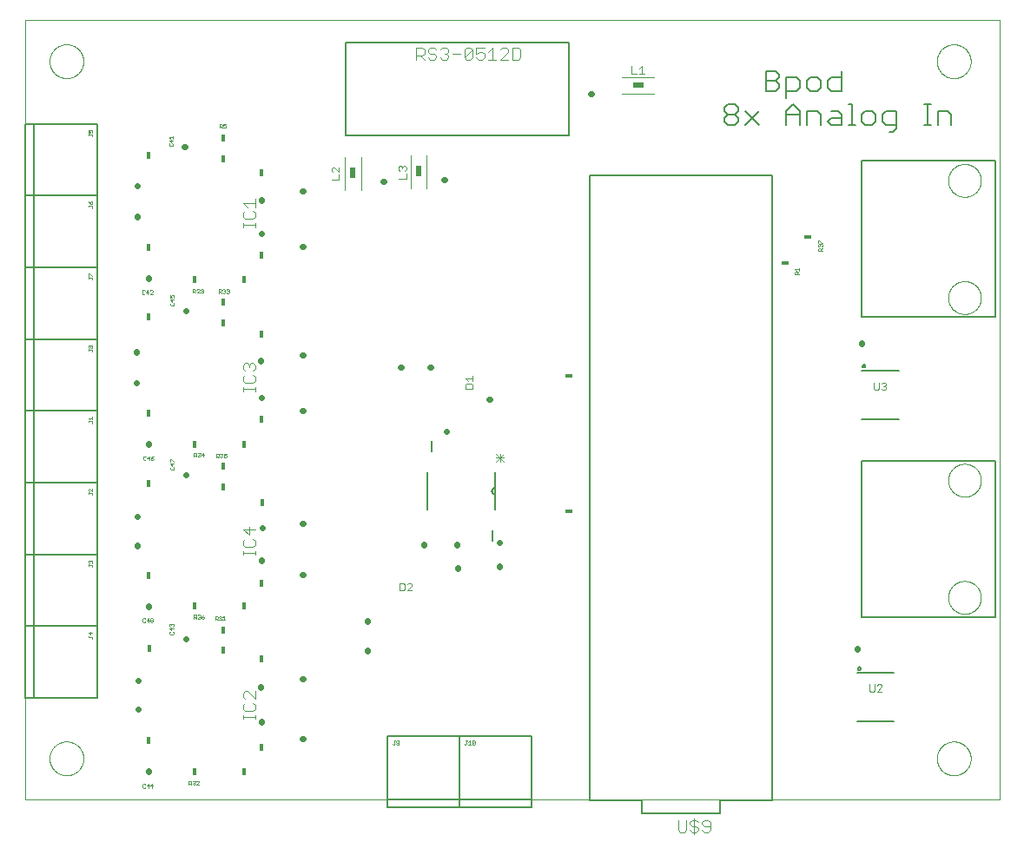
<source format=gto>
G75*
%MOIN*%
%OFA0B0*%
%FSLAX25Y25*%
%IPPOS*%
%LPD*%
%AMOC8*
5,1,8,0,0,1.08239X$1,22.5*
%
%ADD10C,0.00000*%
%ADD11C,0.00700*%
%ADD12C,0.02200*%
%ADD13C,0.00276*%
%ADD14R,0.04331X0.02363*%
%ADD15C,0.00300*%
%ADD16R,0.02363X0.04331*%
%ADD17C,0.00800*%
%ADD18C,0.00600*%
%ADD19C,0.00100*%
%ADD20C,0.00400*%
%ADD21C,0.00500*%
%ADD22R,0.01500X0.03000*%
%ADD23R,0.03000X0.01500*%
D10*
X0001800Y0015403D02*
X0375816Y0015403D01*
X0375816Y0314615D01*
X0001800Y0314615D01*
X0001800Y0015403D01*
X0011048Y0031151D02*
X0011050Y0031312D01*
X0011056Y0031472D01*
X0011066Y0031633D01*
X0011080Y0031793D01*
X0011098Y0031953D01*
X0011119Y0032112D01*
X0011145Y0032271D01*
X0011175Y0032429D01*
X0011208Y0032586D01*
X0011246Y0032743D01*
X0011287Y0032898D01*
X0011332Y0033052D01*
X0011381Y0033205D01*
X0011434Y0033357D01*
X0011490Y0033508D01*
X0011551Y0033657D01*
X0011614Y0033805D01*
X0011682Y0033951D01*
X0011753Y0034095D01*
X0011827Y0034237D01*
X0011905Y0034378D01*
X0011987Y0034516D01*
X0012072Y0034653D01*
X0012160Y0034787D01*
X0012252Y0034919D01*
X0012347Y0035049D01*
X0012445Y0035177D01*
X0012546Y0035302D01*
X0012650Y0035424D01*
X0012757Y0035544D01*
X0012867Y0035661D01*
X0012980Y0035776D01*
X0013096Y0035887D01*
X0013215Y0035996D01*
X0013336Y0036101D01*
X0013460Y0036204D01*
X0013586Y0036304D01*
X0013714Y0036400D01*
X0013845Y0036493D01*
X0013979Y0036583D01*
X0014114Y0036670D01*
X0014252Y0036753D01*
X0014391Y0036833D01*
X0014533Y0036909D01*
X0014676Y0036982D01*
X0014821Y0037051D01*
X0014968Y0037117D01*
X0015116Y0037179D01*
X0015266Y0037237D01*
X0015417Y0037292D01*
X0015570Y0037343D01*
X0015724Y0037390D01*
X0015879Y0037433D01*
X0016035Y0037472D01*
X0016191Y0037508D01*
X0016349Y0037539D01*
X0016507Y0037567D01*
X0016666Y0037591D01*
X0016826Y0037611D01*
X0016986Y0037627D01*
X0017146Y0037639D01*
X0017307Y0037647D01*
X0017468Y0037651D01*
X0017628Y0037651D01*
X0017789Y0037647D01*
X0017950Y0037639D01*
X0018110Y0037627D01*
X0018270Y0037611D01*
X0018430Y0037591D01*
X0018589Y0037567D01*
X0018747Y0037539D01*
X0018905Y0037508D01*
X0019061Y0037472D01*
X0019217Y0037433D01*
X0019372Y0037390D01*
X0019526Y0037343D01*
X0019679Y0037292D01*
X0019830Y0037237D01*
X0019980Y0037179D01*
X0020128Y0037117D01*
X0020275Y0037051D01*
X0020420Y0036982D01*
X0020563Y0036909D01*
X0020705Y0036833D01*
X0020844Y0036753D01*
X0020982Y0036670D01*
X0021117Y0036583D01*
X0021251Y0036493D01*
X0021382Y0036400D01*
X0021510Y0036304D01*
X0021636Y0036204D01*
X0021760Y0036101D01*
X0021881Y0035996D01*
X0022000Y0035887D01*
X0022116Y0035776D01*
X0022229Y0035661D01*
X0022339Y0035544D01*
X0022446Y0035424D01*
X0022550Y0035302D01*
X0022651Y0035177D01*
X0022749Y0035049D01*
X0022844Y0034919D01*
X0022936Y0034787D01*
X0023024Y0034653D01*
X0023109Y0034516D01*
X0023191Y0034378D01*
X0023269Y0034237D01*
X0023343Y0034095D01*
X0023414Y0033951D01*
X0023482Y0033805D01*
X0023545Y0033657D01*
X0023606Y0033508D01*
X0023662Y0033357D01*
X0023715Y0033205D01*
X0023764Y0033052D01*
X0023809Y0032898D01*
X0023850Y0032743D01*
X0023888Y0032586D01*
X0023921Y0032429D01*
X0023951Y0032271D01*
X0023977Y0032112D01*
X0023998Y0031953D01*
X0024016Y0031793D01*
X0024030Y0031633D01*
X0024040Y0031472D01*
X0024046Y0031312D01*
X0024048Y0031151D01*
X0024046Y0030990D01*
X0024040Y0030830D01*
X0024030Y0030669D01*
X0024016Y0030509D01*
X0023998Y0030349D01*
X0023977Y0030190D01*
X0023951Y0030031D01*
X0023921Y0029873D01*
X0023888Y0029716D01*
X0023850Y0029559D01*
X0023809Y0029404D01*
X0023764Y0029250D01*
X0023715Y0029097D01*
X0023662Y0028945D01*
X0023606Y0028794D01*
X0023545Y0028645D01*
X0023482Y0028497D01*
X0023414Y0028351D01*
X0023343Y0028207D01*
X0023269Y0028065D01*
X0023191Y0027924D01*
X0023109Y0027786D01*
X0023024Y0027649D01*
X0022936Y0027515D01*
X0022844Y0027383D01*
X0022749Y0027253D01*
X0022651Y0027125D01*
X0022550Y0027000D01*
X0022446Y0026878D01*
X0022339Y0026758D01*
X0022229Y0026641D01*
X0022116Y0026526D01*
X0022000Y0026415D01*
X0021881Y0026306D01*
X0021760Y0026201D01*
X0021636Y0026098D01*
X0021510Y0025998D01*
X0021382Y0025902D01*
X0021251Y0025809D01*
X0021117Y0025719D01*
X0020982Y0025632D01*
X0020844Y0025549D01*
X0020705Y0025469D01*
X0020563Y0025393D01*
X0020420Y0025320D01*
X0020275Y0025251D01*
X0020128Y0025185D01*
X0019980Y0025123D01*
X0019830Y0025065D01*
X0019679Y0025010D01*
X0019526Y0024959D01*
X0019372Y0024912D01*
X0019217Y0024869D01*
X0019061Y0024830D01*
X0018905Y0024794D01*
X0018747Y0024763D01*
X0018589Y0024735D01*
X0018430Y0024711D01*
X0018270Y0024691D01*
X0018110Y0024675D01*
X0017950Y0024663D01*
X0017789Y0024655D01*
X0017628Y0024651D01*
X0017468Y0024651D01*
X0017307Y0024655D01*
X0017146Y0024663D01*
X0016986Y0024675D01*
X0016826Y0024691D01*
X0016666Y0024711D01*
X0016507Y0024735D01*
X0016349Y0024763D01*
X0016191Y0024794D01*
X0016035Y0024830D01*
X0015879Y0024869D01*
X0015724Y0024912D01*
X0015570Y0024959D01*
X0015417Y0025010D01*
X0015266Y0025065D01*
X0015116Y0025123D01*
X0014968Y0025185D01*
X0014821Y0025251D01*
X0014676Y0025320D01*
X0014533Y0025393D01*
X0014391Y0025469D01*
X0014252Y0025549D01*
X0014114Y0025632D01*
X0013979Y0025719D01*
X0013845Y0025809D01*
X0013714Y0025902D01*
X0013586Y0025998D01*
X0013460Y0026098D01*
X0013336Y0026201D01*
X0013215Y0026306D01*
X0013096Y0026415D01*
X0012980Y0026526D01*
X0012867Y0026641D01*
X0012757Y0026758D01*
X0012650Y0026878D01*
X0012546Y0027000D01*
X0012445Y0027125D01*
X0012347Y0027253D01*
X0012252Y0027383D01*
X0012160Y0027515D01*
X0012072Y0027649D01*
X0011987Y0027786D01*
X0011905Y0027924D01*
X0011827Y0028065D01*
X0011753Y0028207D01*
X0011682Y0028351D01*
X0011614Y0028497D01*
X0011551Y0028645D01*
X0011490Y0028794D01*
X0011434Y0028945D01*
X0011381Y0029097D01*
X0011332Y0029250D01*
X0011287Y0029404D01*
X0011246Y0029559D01*
X0011208Y0029716D01*
X0011175Y0029873D01*
X0011145Y0030031D01*
X0011119Y0030190D01*
X0011098Y0030349D01*
X0011080Y0030509D01*
X0011066Y0030669D01*
X0011056Y0030830D01*
X0011050Y0030990D01*
X0011048Y0031151D01*
X0011048Y0298867D02*
X0011050Y0299028D01*
X0011056Y0299188D01*
X0011066Y0299349D01*
X0011080Y0299509D01*
X0011098Y0299669D01*
X0011119Y0299828D01*
X0011145Y0299987D01*
X0011175Y0300145D01*
X0011208Y0300302D01*
X0011246Y0300459D01*
X0011287Y0300614D01*
X0011332Y0300768D01*
X0011381Y0300921D01*
X0011434Y0301073D01*
X0011490Y0301224D01*
X0011551Y0301373D01*
X0011614Y0301521D01*
X0011682Y0301667D01*
X0011753Y0301811D01*
X0011827Y0301953D01*
X0011905Y0302094D01*
X0011987Y0302232D01*
X0012072Y0302369D01*
X0012160Y0302503D01*
X0012252Y0302635D01*
X0012347Y0302765D01*
X0012445Y0302893D01*
X0012546Y0303018D01*
X0012650Y0303140D01*
X0012757Y0303260D01*
X0012867Y0303377D01*
X0012980Y0303492D01*
X0013096Y0303603D01*
X0013215Y0303712D01*
X0013336Y0303817D01*
X0013460Y0303920D01*
X0013586Y0304020D01*
X0013714Y0304116D01*
X0013845Y0304209D01*
X0013979Y0304299D01*
X0014114Y0304386D01*
X0014252Y0304469D01*
X0014391Y0304549D01*
X0014533Y0304625D01*
X0014676Y0304698D01*
X0014821Y0304767D01*
X0014968Y0304833D01*
X0015116Y0304895D01*
X0015266Y0304953D01*
X0015417Y0305008D01*
X0015570Y0305059D01*
X0015724Y0305106D01*
X0015879Y0305149D01*
X0016035Y0305188D01*
X0016191Y0305224D01*
X0016349Y0305255D01*
X0016507Y0305283D01*
X0016666Y0305307D01*
X0016826Y0305327D01*
X0016986Y0305343D01*
X0017146Y0305355D01*
X0017307Y0305363D01*
X0017468Y0305367D01*
X0017628Y0305367D01*
X0017789Y0305363D01*
X0017950Y0305355D01*
X0018110Y0305343D01*
X0018270Y0305327D01*
X0018430Y0305307D01*
X0018589Y0305283D01*
X0018747Y0305255D01*
X0018905Y0305224D01*
X0019061Y0305188D01*
X0019217Y0305149D01*
X0019372Y0305106D01*
X0019526Y0305059D01*
X0019679Y0305008D01*
X0019830Y0304953D01*
X0019980Y0304895D01*
X0020128Y0304833D01*
X0020275Y0304767D01*
X0020420Y0304698D01*
X0020563Y0304625D01*
X0020705Y0304549D01*
X0020844Y0304469D01*
X0020982Y0304386D01*
X0021117Y0304299D01*
X0021251Y0304209D01*
X0021382Y0304116D01*
X0021510Y0304020D01*
X0021636Y0303920D01*
X0021760Y0303817D01*
X0021881Y0303712D01*
X0022000Y0303603D01*
X0022116Y0303492D01*
X0022229Y0303377D01*
X0022339Y0303260D01*
X0022446Y0303140D01*
X0022550Y0303018D01*
X0022651Y0302893D01*
X0022749Y0302765D01*
X0022844Y0302635D01*
X0022936Y0302503D01*
X0023024Y0302369D01*
X0023109Y0302232D01*
X0023191Y0302094D01*
X0023269Y0301953D01*
X0023343Y0301811D01*
X0023414Y0301667D01*
X0023482Y0301521D01*
X0023545Y0301373D01*
X0023606Y0301224D01*
X0023662Y0301073D01*
X0023715Y0300921D01*
X0023764Y0300768D01*
X0023809Y0300614D01*
X0023850Y0300459D01*
X0023888Y0300302D01*
X0023921Y0300145D01*
X0023951Y0299987D01*
X0023977Y0299828D01*
X0023998Y0299669D01*
X0024016Y0299509D01*
X0024030Y0299349D01*
X0024040Y0299188D01*
X0024046Y0299028D01*
X0024048Y0298867D01*
X0024046Y0298706D01*
X0024040Y0298546D01*
X0024030Y0298385D01*
X0024016Y0298225D01*
X0023998Y0298065D01*
X0023977Y0297906D01*
X0023951Y0297747D01*
X0023921Y0297589D01*
X0023888Y0297432D01*
X0023850Y0297275D01*
X0023809Y0297120D01*
X0023764Y0296966D01*
X0023715Y0296813D01*
X0023662Y0296661D01*
X0023606Y0296510D01*
X0023545Y0296361D01*
X0023482Y0296213D01*
X0023414Y0296067D01*
X0023343Y0295923D01*
X0023269Y0295781D01*
X0023191Y0295640D01*
X0023109Y0295502D01*
X0023024Y0295365D01*
X0022936Y0295231D01*
X0022844Y0295099D01*
X0022749Y0294969D01*
X0022651Y0294841D01*
X0022550Y0294716D01*
X0022446Y0294594D01*
X0022339Y0294474D01*
X0022229Y0294357D01*
X0022116Y0294242D01*
X0022000Y0294131D01*
X0021881Y0294022D01*
X0021760Y0293917D01*
X0021636Y0293814D01*
X0021510Y0293714D01*
X0021382Y0293618D01*
X0021251Y0293525D01*
X0021117Y0293435D01*
X0020982Y0293348D01*
X0020844Y0293265D01*
X0020705Y0293185D01*
X0020563Y0293109D01*
X0020420Y0293036D01*
X0020275Y0292967D01*
X0020128Y0292901D01*
X0019980Y0292839D01*
X0019830Y0292781D01*
X0019679Y0292726D01*
X0019526Y0292675D01*
X0019372Y0292628D01*
X0019217Y0292585D01*
X0019061Y0292546D01*
X0018905Y0292510D01*
X0018747Y0292479D01*
X0018589Y0292451D01*
X0018430Y0292427D01*
X0018270Y0292407D01*
X0018110Y0292391D01*
X0017950Y0292379D01*
X0017789Y0292371D01*
X0017628Y0292367D01*
X0017468Y0292367D01*
X0017307Y0292371D01*
X0017146Y0292379D01*
X0016986Y0292391D01*
X0016826Y0292407D01*
X0016666Y0292427D01*
X0016507Y0292451D01*
X0016349Y0292479D01*
X0016191Y0292510D01*
X0016035Y0292546D01*
X0015879Y0292585D01*
X0015724Y0292628D01*
X0015570Y0292675D01*
X0015417Y0292726D01*
X0015266Y0292781D01*
X0015116Y0292839D01*
X0014968Y0292901D01*
X0014821Y0292967D01*
X0014676Y0293036D01*
X0014533Y0293109D01*
X0014391Y0293185D01*
X0014252Y0293265D01*
X0014114Y0293348D01*
X0013979Y0293435D01*
X0013845Y0293525D01*
X0013714Y0293618D01*
X0013586Y0293714D01*
X0013460Y0293814D01*
X0013336Y0293917D01*
X0013215Y0294022D01*
X0013096Y0294131D01*
X0012980Y0294242D01*
X0012867Y0294357D01*
X0012757Y0294474D01*
X0012650Y0294594D01*
X0012546Y0294716D01*
X0012445Y0294841D01*
X0012347Y0294969D01*
X0012252Y0295099D01*
X0012160Y0295231D01*
X0012072Y0295365D01*
X0011987Y0295502D01*
X0011905Y0295640D01*
X0011827Y0295781D01*
X0011753Y0295923D01*
X0011682Y0296067D01*
X0011614Y0296213D01*
X0011551Y0296361D01*
X0011490Y0296510D01*
X0011434Y0296661D01*
X0011381Y0296813D01*
X0011332Y0296966D01*
X0011287Y0297120D01*
X0011246Y0297275D01*
X0011208Y0297432D01*
X0011175Y0297589D01*
X0011145Y0297747D01*
X0011119Y0297906D01*
X0011098Y0298065D01*
X0011080Y0298225D01*
X0011066Y0298385D01*
X0011056Y0298546D01*
X0011050Y0298706D01*
X0011048Y0298867D01*
X0351599Y0298867D02*
X0351601Y0299028D01*
X0351607Y0299188D01*
X0351617Y0299349D01*
X0351631Y0299509D01*
X0351649Y0299669D01*
X0351670Y0299828D01*
X0351696Y0299987D01*
X0351726Y0300145D01*
X0351759Y0300302D01*
X0351797Y0300459D01*
X0351838Y0300614D01*
X0351883Y0300768D01*
X0351932Y0300921D01*
X0351985Y0301073D01*
X0352041Y0301224D01*
X0352102Y0301373D01*
X0352165Y0301521D01*
X0352233Y0301667D01*
X0352304Y0301811D01*
X0352378Y0301953D01*
X0352456Y0302094D01*
X0352538Y0302232D01*
X0352623Y0302369D01*
X0352711Y0302503D01*
X0352803Y0302635D01*
X0352898Y0302765D01*
X0352996Y0302893D01*
X0353097Y0303018D01*
X0353201Y0303140D01*
X0353308Y0303260D01*
X0353418Y0303377D01*
X0353531Y0303492D01*
X0353647Y0303603D01*
X0353766Y0303712D01*
X0353887Y0303817D01*
X0354011Y0303920D01*
X0354137Y0304020D01*
X0354265Y0304116D01*
X0354396Y0304209D01*
X0354530Y0304299D01*
X0354665Y0304386D01*
X0354803Y0304469D01*
X0354942Y0304549D01*
X0355084Y0304625D01*
X0355227Y0304698D01*
X0355372Y0304767D01*
X0355519Y0304833D01*
X0355667Y0304895D01*
X0355817Y0304953D01*
X0355968Y0305008D01*
X0356121Y0305059D01*
X0356275Y0305106D01*
X0356430Y0305149D01*
X0356586Y0305188D01*
X0356742Y0305224D01*
X0356900Y0305255D01*
X0357058Y0305283D01*
X0357217Y0305307D01*
X0357377Y0305327D01*
X0357537Y0305343D01*
X0357697Y0305355D01*
X0357858Y0305363D01*
X0358019Y0305367D01*
X0358179Y0305367D01*
X0358340Y0305363D01*
X0358501Y0305355D01*
X0358661Y0305343D01*
X0358821Y0305327D01*
X0358981Y0305307D01*
X0359140Y0305283D01*
X0359298Y0305255D01*
X0359456Y0305224D01*
X0359612Y0305188D01*
X0359768Y0305149D01*
X0359923Y0305106D01*
X0360077Y0305059D01*
X0360230Y0305008D01*
X0360381Y0304953D01*
X0360531Y0304895D01*
X0360679Y0304833D01*
X0360826Y0304767D01*
X0360971Y0304698D01*
X0361114Y0304625D01*
X0361256Y0304549D01*
X0361395Y0304469D01*
X0361533Y0304386D01*
X0361668Y0304299D01*
X0361802Y0304209D01*
X0361933Y0304116D01*
X0362061Y0304020D01*
X0362187Y0303920D01*
X0362311Y0303817D01*
X0362432Y0303712D01*
X0362551Y0303603D01*
X0362667Y0303492D01*
X0362780Y0303377D01*
X0362890Y0303260D01*
X0362997Y0303140D01*
X0363101Y0303018D01*
X0363202Y0302893D01*
X0363300Y0302765D01*
X0363395Y0302635D01*
X0363487Y0302503D01*
X0363575Y0302369D01*
X0363660Y0302232D01*
X0363742Y0302094D01*
X0363820Y0301953D01*
X0363894Y0301811D01*
X0363965Y0301667D01*
X0364033Y0301521D01*
X0364096Y0301373D01*
X0364157Y0301224D01*
X0364213Y0301073D01*
X0364266Y0300921D01*
X0364315Y0300768D01*
X0364360Y0300614D01*
X0364401Y0300459D01*
X0364439Y0300302D01*
X0364472Y0300145D01*
X0364502Y0299987D01*
X0364528Y0299828D01*
X0364549Y0299669D01*
X0364567Y0299509D01*
X0364581Y0299349D01*
X0364591Y0299188D01*
X0364597Y0299028D01*
X0364599Y0298867D01*
X0364597Y0298706D01*
X0364591Y0298546D01*
X0364581Y0298385D01*
X0364567Y0298225D01*
X0364549Y0298065D01*
X0364528Y0297906D01*
X0364502Y0297747D01*
X0364472Y0297589D01*
X0364439Y0297432D01*
X0364401Y0297275D01*
X0364360Y0297120D01*
X0364315Y0296966D01*
X0364266Y0296813D01*
X0364213Y0296661D01*
X0364157Y0296510D01*
X0364096Y0296361D01*
X0364033Y0296213D01*
X0363965Y0296067D01*
X0363894Y0295923D01*
X0363820Y0295781D01*
X0363742Y0295640D01*
X0363660Y0295502D01*
X0363575Y0295365D01*
X0363487Y0295231D01*
X0363395Y0295099D01*
X0363300Y0294969D01*
X0363202Y0294841D01*
X0363101Y0294716D01*
X0362997Y0294594D01*
X0362890Y0294474D01*
X0362780Y0294357D01*
X0362667Y0294242D01*
X0362551Y0294131D01*
X0362432Y0294022D01*
X0362311Y0293917D01*
X0362187Y0293814D01*
X0362061Y0293714D01*
X0361933Y0293618D01*
X0361802Y0293525D01*
X0361668Y0293435D01*
X0361533Y0293348D01*
X0361395Y0293265D01*
X0361256Y0293185D01*
X0361114Y0293109D01*
X0360971Y0293036D01*
X0360826Y0292967D01*
X0360679Y0292901D01*
X0360531Y0292839D01*
X0360381Y0292781D01*
X0360230Y0292726D01*
X0360077Y0292675D01*
X0359923Y0292628D01*
X0359768Y0292585D01*
X0359612Y0292546D01*
X0359456Y0292510D01*
X0359298Y0292479D01*
X0359140Y0292451D01*
X0358981Y0292427D01*
X0358821Y0292407D01*
X0358661Y0292391D01*
X0358501Y0292379D01*
X0358340Y0292371D01*
X0358179Y0292367D01*
X0358019Y0292367D01*
X0357858Y0292371D01*
X0357697Y0292379D01*
X0357537Y0292391D01*
X0357377Y0292407D01*
X0357217Y0292427D01*
X0357058Y0292451D01*
X0356900Y0292479D01*
X0356742Y0292510D01*
X0356586Y0292546D01*
X0356430Y0292585D01*
X0356275Y0292628D01*
X0356121Y0292675D01*
X0355968Y0292726D01*
X0355817Y0292781D01*
X0355667Y0292839D01*
X0355519Y0292901D01*
X0355372Y0292967D01*
X0355227Y0293036D01*
X0355084Y0293109D01*
X0354942Y0293185D01*
X0354803Y0293265D01*
X0354665Y0293348D01*
X0354530Y0293435D01*
X0354396Y0293525D01*
X0354265Y0293618D01*
X0354137Y0293714D01*
X0354011Y0293814D01*
X0353887Y0293917D01*
X0353766Y0294022D01*
X0353647Y0294131D01*
X0353531Y0294242D01*
X0353418Y0294357D01*
X0353308Y0294474D01*
X0353201Y0294594D01*
X0353097Y0294716D01*
X0352996Y0294841D01*
X0352898Y0294969D01*
X0352803Y0295099D01*
X0352711Y0295231D01*
X0352623Y0295365D01*
X0352538Y0295502D01*
X0352456Y0295640D01*
X0352378Y0295781D01*
X0352304Y0295923D01*
X0352233Y0296067D01*
X0352165Y0296213D01*
X0352102Y0296361D01*
X0352041Y0296510D01*
X0351985Y0296661D01*
X0351932Y0296813D01*
X0351883Y0296966D01*
X0351838Y0297120D01*
X0351797Y0297275D01*
X0351759Y0297432D01*
X0351726Y0297589D01*
X0351696Y0297747D01*
X0351670Y0297906D01*
X0351649Y0298065D01*
X0351631Y0298225D01*
X0351617Y0298385D01*
X0351607Y0298546D01*
X0351601Y0298706D01*
X0351599Y0298867D01*
X0355934Y0253100D02*
X0355936Y0253258D01*
X0355942Y0253416D01*
X0355952Y0253574D01*
X0355966Y0253732D01*
X0355984Y0253889D01*
X0356005Y0254046D01*
X0356031Y0254202D01*
X0356061Y0254358D01*
X0356094Y0254513D01*
X0356132Y0254666D01*
X0356173Y0254819D01*
X0356218Y0254971D01*
X0356267Y0255122D01*
X0356320Y0255271D01*
X0356376Y0255419D01*
X0356436Y0255565D01*
X0356500Y0255710D01*
X0356568Y0255853D01*
X0356639Y0255995D01*
X0356713Y0256135D01*
X0356791Y0256272D01*
X0356873Y0256408D01*
X0356957Y0256542D01*
X0357046Y0256673D01*
X0357137Y0256802D01*
X0357232Y0256929D01*
X0357329Y0257054D01*
X0357430Y0257176D01*
X0357534Y0257295D01*
X0357641Y0257412D01*
X0357751Y0257526D01*
X0357864Y0257637D01*
X0357979Y0257746D01*
X0358097Y0257851D01*
X0358218Y0257953D01*
X0358341Y0258053D01*
X0358467Y0258149D01*
X0358595Y0258242D01*
X0358725Y0258332D01*
X0358858Y0258418D01*
X0358993Y0258502D01*
X0359129Y0258581D01*
X0359268Y0258658D01*
X0359409Y0258730D01*
X0359551Y0258800D01*
X0359695Y0258865D01*
X0359841Y0258927D01*
X0359988Y0258985D01*
X0360137Y0259040D01*
X0360287Y0259091D01*
X0360438Y0259138D01*
X0360590Y0259181D01*
X0360743Y0259220D01*
X0360898Y0259256D01*
X0361053Y0259287D01*
X0361209Y0259315D01*
X0361365Y0259339D01*
X0361522Y0259359D01*
X0361680Y0259375D01*
X0361837Y0259387D01*
X0361996Y0259395D01*
X0362154Y0259399D01*
X0362312Y0259399D01*
X0362470Y0259395D01*
X0362629Y0259387D01*
X0362786Y0259375D01*
X0362944Y0259359D01*
X0363101Y0259339D01*
X0363257Y0259315D01*
X0363413Y0259287D01*
X0363568Y0259256D01*
X0363723Y0259220D01*
X0363876Y0259181D01*
X0364028Y0259138D01*
X0364179Y0259091D01*
X0364329Y0259040D01*
X0364478Y0258985D01*
X0364625Y0258927D01*
X0364771Y0258865D01*
X0364915Y0258800D01*
X0365057Y0258730D01*
X0365198Y0258658D01*
X0365337Y0258581D01*
X0365473Y0258502D01*
X0365608Y0258418D01*
X0365741Y0258332D01*
X0365871Y0258242D01*
X0365999Y0258149D01*
X0366125Y0258053D01*
X0366248Y0257953D01*
X0366369Y0257851D01*
X0366487Y0257746D01*
X0366602Y0257637D01*
X0366715Y0257526D01*
X0366825Y0257412D01*
X0366932Y0257295D01*
X0367036Y0257176D01*
X0367137Y0257054D01*
X0367234Y0256929D01*
X0367329Y0256802D01*
X0367420Y0256673D01*
X0367509Y0256542D01*
X0367593Y0256408D01*
X0367675Y0256272D01*
X0367753Y0256135D01*
X0367827Y0255995D01*
X0367898Y0255853D01*
X0367966Y0255710D01*
X0368030Y0255565D01*
X0368090Y0255419D01*
X0368146Y0255271D01*
X0368199Y0255122D01*
X0368248Y0254971D01*
X0368293Y0254819D01*
X0368334Y0254666D01*
X0368372Y0254513D01*
X0368405Y0254358D01*
X0368435Y0254202D01*
X0368461Y0254046D01*
X0368482Y0253889D01*
X0368500Y0253732D01*
X0368514Y0253574D01*
X0368524Y0253416D01*
X0368530Y0253258D01*
X0368532Y0253100D01*
X0368530Y0252942D01*
X0368524Y0252784D01*
X0368514Y0252626D01*
X0368500Y0252468D01*
X0368482Y0252311D01*
X0368461Y0252154D01*
X0368435Y0251998D01*
X0368405Y0251842D01*
X0368372Y0251687D01*
X0368334Y0251534D01*
X0368293Y0251381D01*
X0368248Y0251229D01*
X0368199Y0251078D01*
X0368146Y0250929D01*
X0368090Y0250781D01*
X0368030Y0250635D01*
X0367966Y0250490D01*
X0367898Y0250347D01*
X0367827Y0250205D01*
X0367753Y0250065D01*
X0367675Y0249928D01*
X0367593Y0249792D01*
X0367509Y0249658D01*
X0367420Y0249527D01*
X0367329Y0249398D01*
X0367234Y0249271D01*
X0367137Y0249146D01*
X0367036Y0249024D01*
X0366932Y0248905D01*
X0366825Y0248788D01*
X0366715Y0248674D01*
X0366602Y0248563D01*
X0366487Y0248454D01*
X0366369Y0248349D01*
X0366248Y0248247D01*
X0366125Y0248147D01*
X0365999Y0248051D01*
X0365871Y0247958D01*
X0365741Y0247868D01*
X0365608Y0247782D01*
X0365473Y0247698D01*
X0365337Y0247619D01*
X0365198Y0247542D01*
X0365057Y0247470D01*
X0364915Y0247400D01*
X0364771Y0247335D01*
X0364625Y0247273D01*
X0364478Y0247215D01*
X0364329Y0247160D01*
X0364179Y0247109D01*
X0364028Y0247062D01*
X0363876Y0247019D01*
X0363723Y0246980D01*
X0363568Y0246944D01*
X0363413Y0246913D01*
X0363257Y0246885D01*
X0363101Y0246861D01*
X0362944Y0246841D01*
X0362786Y0246825D01*
X0362629Y0246813D01*
X0362470Y0246805D01*
X0362312Y0246801D01*
X0362154Y0246801D01*
X0361996Y0246805D01*
X0361837Y0246813D01*
X0361680Y0246825D01*
X0361522Y0246841D01*
X0361365Y0246861D01*
X0361209Y0246885D01*
X0361053Y0246913D01*
X0360898Y0246944D01*
X0360743Y0246980D01*
X0360590Y0247019D01*
X0360438Y0247062D01*
X0360287Y0247109D01*
X0360137Y0247160D01*
X0359988Y0247215D01*
X0359841Y0247273D01*
X0359695Y0247335D01*
X0359551Y0247400D01*
X0359409Y0247470D01*
X0359268Y0247542D01*
X0359129Y0247619D01*
X0358993Y0247698D01*
X0358858Y0247782D01*
X0358725Y0247868D01*
X0358595Y0247958D01*
X0358467Y0248051D01*
X0358341Y0248147D01*
X0358218Y0248247D01*
X0358097Y0248349D01*
X0357979Y0248454D01*
X0357864Y0248563D01*
X0357751Y0248674D01*
X0357641Y0248788D01*
X0357534Y0248905D01*
X0357430Y0249024D01*
X0357329Y0249146D01*
X0357232Y0249271D01*
X0357137Y0249398D01*
X0357046Y0249527D01*
X0356957Y0249658D01*
X0356873Y0249792D01*
X0356791Y0249928D01*
X0356713Y0250065D01*
X0356639Y0250205D01*
X0356568Y0250347D01*
X0356500Y0250490D01*
X0356436Y0250635D01*
X0356376Y0250781D01*
X0356320Y0250929D01*
X0356267Y0251078D01*
X0356218Y0251229D01*
X0356173Y0251381D01*
X0356132Y0251534D01*
X0356094Y0251687D01*
X0356061Y0251842D01*
X0356031Y0251998D01*
X0356005Y0252154D01*
X0355984Y0252311D01*
X0355966Y0252468D01*
X0355952Y0252626D01*
X0355942Y0252784D01*
X0355936Y0252942D01*
X0355934Y0253100D01*
X0355934Y0208100D02*
X0355936Y0208258D01*
X0355942Y0208416D01*
X0355952Y0208574D01*
X0355966Y0208732D01*
X0355984Y0208889D01*
X0356005Y0209046D01*
X0356031Y0209202D01*
X0356061Y0209358D01*
X0356094Y0209513D01*
X0356132Y0209666D01*
X0356173Y0209819D01*
X0356218Y0209971D01*
X0356267Y0210122D01*
X0356320Y0210271D01*
X0356376Y0210419D01*
X0356436Y0210565D01*
X0356500Y0210710D01*
X0356568Y0210853D01*
X0356639Y0210995D01*
X0356713Y0211135D01*
X0356791Y0211272D01*
X0356873Y0211408D01*
X0356957Y0211542D01*
X0357046Y0211673D01*
X0357137Y0211802D01*
X0357232Y0211929D01*
X0357329Y0212054D01*
X0357430Y0212176D01*
X0357534Y0212295D01*
X0357641Y0212412D01*
X0357751Y0212526D01*
X0357864Y0212637D01*
X0357979Y0212746D01*
X0358097Y0212851D01*
X0358218Y0212953D01*
X0358341Y0213053D01*
X0358467Y0213149D01*
X0358595Y0213242D01*
X0358725Y0213332D01*
X0358858Y0213418D01*
X0358993Y0213502D01*
X0359129Y0213581D01*
X0359268Y0213658D01*
X0359409Y0213730D01*
X0359551Y0213800D01*
X0359695Y0213865D01*
X0359841Y0213927D01*
X0359988Y0213985D01*
X0360137Y0214040D01*
X0360287Y0214091D01*
X0360438Y0214138D01*
X0360590Y0214181D01*
X0360743Y0214220D01*
X0360898Y0214256D01*
X0361053Y0214287D01*
X0361209Y0214315D01*
X0361365Y0214339D01*
X0361522Y0214359D01*
X0361680Y0214375D01*
X0361837Y0214387D01*
X0361996Y0214395D01*
X0362154Y0214399D01*
X0362312Y0214399D01*
X0362470Y0214395D01*
X0362629Y0214387D01*
X0362786Y0214375D01*
X0362944Y0214359D01*
X0363101Y0214339D01*
X0363257Y0214315D01*
X0363413Y0214287D01*
X0363568Y0214256D01*
X0363723Y0214220D01*
X0363876Y0214181D01*
X0364028Y0214138D01*
X0364179Y0214091D01*
X0364329Y0214040D01*
X0364478Y0213985D01*
X0364625Y0213927D01*
X0364771Y0213865D01*
X0364915Y0213800D01*
X0365057Y0213730D01*
X0365198Y0213658D01*
X0365337Y0213581D01*
X0365473Y0213502D01*
X0365608Y0213418D01*
X0365741Y0213332D01*
X0365871Y0213242D01*
X0365999Y0213149D01*
X0366125Y0213053D01*
X0366248Y0212953D01*
X0366369Y0212851D01*
X0366487Y0212746D01*
X0366602Y0212637D01*
X0366715Y0212526D01*
X0366825Y0212412D01*
X0366932Y0212295D01*
X0367036Y0212176D01*
X0367137Y0212054D01*
X0367234Y0211929D01*
X0367329Y0211802D01*
X0367420Y0211673D01*
X0367509Y0211542D01*
X0367593Y0211408D01*
X0367675Y0211272D01*
X0367753Y0211135D01*
X0367827Y0210995D01*
X0367898Y0210853D01*
X0367966Y0210710D01*
X0368030Y0210565D01*
X0368090Y0210419D01*
X0368146Y0210271D01*
X0368199Y0210122D01*
X0368248Y0209971D01*
X0368293Y0209819D01*
X0368334Y0209666D01*
X0368372Y0209513D01*
X0368405Y0209358D01*
X0368435Y0209202D01*
X0368461Y0209046D01*
X0368482Y0208889D01*
X0368500Y0208732D01*
X0368514Y0208574D01*
X0368524Y0208416D01*
X0368530Y0208258D01*
X0368532Y0208100D01*
X0368530Y0207942D01*
X0368524Y0207784D01*
X0368514Y0207626D01*
X0368500Y0207468D01*
X0368482Y0207311D01*
X0368461Y0207154D01*
X0368435Y0206998D01*
X0368405Y0206842D01*
X0368372Y0206687D01*
X0368334Y0206534D01*
X0368293Y0206381D01*
X0368248Y0206229D01*
X0368199Y0206078D01*
X0368146Y0205929D01*
X0368090Y0205781D01*
X0368030Y0205635D01*
X0367966Y0205490D01*
X0367898Y0205347D01*
X0367827Y0205205D01*
X0367753Y0205065D01*
X0367675Y0204928D01*
X0367593Y0204792D01*
X0367509Y0204658D01*
X0367420Y0204527D01*
X0367329Y0204398D01*
X0367234Y0204271D01*
X0367137Y0204146D01*
X0367036Y0204024D01*
X0366932Y0203905D01*
X0366825Y0203788D01*
X0366715Y0203674D01*
X0366602Y0203563D01*
X0366487Y0203454D01*
X0366369Y0203349D01*
X0366248Y0203247D01*
X0366125Y0203147D01*
X0365999Y0203051D01*
X0365871Y0202958D01*
X0365741Y0202868D01*
X0365608Y0202782D01*
X0365473Y0202698D01*
X0365337Y0202619D01*
X0365198Y0202542D01*
X0365057Y0202470D01*
X0364915Y0202400D01*
X0364771Y0202335D01*
X0364625Y0202273D01*
X0364478Y0202215D01*
X0364329Y0202160D01*
X0364179Y0202109D01*
X0364028Y0202062D01*
X0363876Y0202019D01*
X0363723Y0201980D01*
X0363568Y0201944D01*
X0363413Y0201913D01*
X0363257Y0201885D01*
X0363101Y0201861D01*
X0362944Y0201841D01*
X0362786Y0201825D01*
X0362629Y0201813D01*
X0362470Y0201805D01*
X0362312Y0201801D01*
X0362154Y0201801D01*
X0361996Y0201805D01*
X0361837Y0201813D01*
X0361680Y0201825D01*
X0361522Y0201841D01*
X0361365Y0201861D01*
X0361209Y0201885D01*
X0361053Y0201913D01*
X0360898Y0201944D01*
X0360743Y0201980D01*
X0360590Y0202019D01*
X0360438Y0202062D01*
X0360287Y0202109D01*
X0360137Y0202160D01*
X0359988Y0202215D01*
X0359841Y0202273D01*
X0359695Y0202335D01*
X0359551Y0202400D01*
X0359409Y0202470D01*
X0359268Y0202542D01*
X0359129Y0202619D01*
X0358993Y0202698D01*
X0358858Y0202782D01*
X0358725Y0202868D01*
X0358595Y0202958D01*
X0358467Y0203051D01*
X0358341Y0203147D01*
X0358218Y0203247D01*
X0358097Y0203349D01*
X0357979Y0203454D01*
X0357864Y0203563D01*
X0357751Y0203674D01*
X0357641Y0203788D01*
X0357534Y0203905D01*
X0357430Y0204024D01*
X0357329Y0204146D01*
X0357232Y0204271D01*
X0357137Y0204398D01*
X0357046Y0204527D01*
X0356957Y0204658D01*
X0356873Y0204792D01*
X0356791Y0204928D01*
X0356713Y0205065D01*
X0356639Y0205205D01*
X0356568Y0205347D01*
X0356500Y0205490D01*
X0356436Y0205635D01*
X0356376Y0205781D01*
X0356320Y0205929D01*
X0356267Y0206078D01*
X0356218Y0206229D01*
X0356173Y0206381D01*
X0356132Y0206534D01*
X0356094Y0206687D01*
X0356061Y0206842D01*
X0356031Y0206998D01*
X0356005Y0207154D01*
X0355984Y0207311D01*
X0355966Y0207468D01*
X0355952Y0207626D01*
X0355942Y0207784D01*
X0355936Y0207942D01*
X0355934Y0208100D01*
X0355934Y0137982D02*
X0355936Y0138140D01*
X0355942Y0138298D01*
X0355952Y0138456D01*
X0355966Y0138614D01*
X0355984Y0138771D01*
X0356005Y0138928D01*
X0356031Y0139084D01*
X0356061Y0139240D01*
X0356094Y0139395D01*
X0356132Y0139548D01*
X0356173Y0139701D01*
X0356218Y0139853D01*
X0356267Y0140004D01*
X0356320Y0140153D01*
X0356376Y0140301D01*
X0356436Y0140447D01*
X0356500Y0140592D01*
X0356568Y0140735D01*
X0356639Y0140877D01*
X0356713Y0141017D01*
X0356791Y0141154D01*
X0356873Y0141290D01*
X0356957Y0141424D01*
X0357046Y0141555D01*
X0357137Y0141684D01*
X0357232Y0141811D01*
X0357329Y0141936D01*
X0357430Y0142058D01*
X0357534Y0142177D01*
X0357641Y0142294D01*
X0357751Y0142408D01*
X0357864Y0142519D01*
X0357979Y0142628D01*
X0358097Y0142733D01*
X0358218Y0142835D01*
X0358341Y0142935D01*
X0358467Y0143031D01*
X0358595Y0143124D01*
X0358725Y0143214D01*
X0358858Y0143300D01*
X0358993Y0143384D01*
X0359129Y0143463D01*
X0359268Y0143540D01*
X0359409Y0143612D01*
X0359551Y0143682D01*
X0359695Y0143747D01*
X0359841Y0143809D01*
X0359988Y0143867D01*
X0360137Y0143922D01*
X0360287Y0143973D01*
X0360438Y0144020D01*
X0360590Y0144063D01*
X0360743Y0144102D01*
X0360898Y0144138D01*
X0361053Y0144169D01*
X0361209Y0144197D01*
X0361365Y0144221D01*
X0361522Y0144241D01*
X0361680Y0144257D01*
X0361837Y0144269D01*
X0361996Y0144277D01*
X0362154Y0144281D01*
X0362312Y0144281D01*
X0362470Y0144277D01*
X0362629Y0144269D01*
X0362786Y0144257D01*
X0362944Y0144241D01*
X0363101Y0144221D01*
X0363257Y0144197D01*
X0363413Y0144169D01*
X0363568Y0144138D01*
X0363723Y0144102D01*
X0363876Y0144063D01*
X0364028Y0144020D01*
X0364179Y0143973D01*
X0364329Y0143922D01*
X0364478Y0143867D01*
X0364625Y0143809D01*
X0364771Y0143747D01*
X0364915Y0143682D01*
X0365057Y0143612D01*
X0365198Y0143540D01*
X0365337Y0143463D01*
X0365473Y0143384D01*
X0365608Y0143300D01*
X0365741Y0143214D01*
X0365871Y0143124D01*
X0365999Y0143031D01*
X0366125Y0142935D01*
X0366248Y0142835D01*
X0366369Y0142733D01*
X0366487Y0142628D01*
X0366602Y0142519D01*
X0366715Y0142408D01*
X0366825Y0142294D01*
X0366932Y0142177D01*
X0367036Y0142058D01*
X0367137Y0141936D01*
X0367234Y0141811D01*
X0367329Y0141684D01*
X0367420Y0141555D01*
X0367509Y0141424D01*
X0367593Y0141290D01*
X0367675Y0141154D01*
X0367753Y0141017D01*
X0367827Y0140877D01*
X0367898Y0140735D01*
X0367966Y0140592D01*
X0368030Y0140447D01*
X0368090Y0140301D01*
X0368146Y0140153D01*
X0368199Y0140004D01*
X0368248Y0139853D01*
X0368293Y0139701D01*
X0368334Y0139548D01*
X0368372Y0139395D01*
X0368405Y0139240D01*
X0368435Y0139084D01*
X0368461Y0138928D01*
X0368482Y0138771D01*
X0368500Y0138614D01*
X0368514Y0138456D01*
X0368524Y0138298D01*
X0368530Y0138140D01*
X0368532Y0137982D01*
X0368530Y0137824D01*
X0368524Y0137666D01*
X0368514Y0137508D01*
X0368500Y0137350D01*
X0368482Y0137193D01*
X0368461Y0137036D01*
X0368435Y0136880D01*
X0368405Y0136724D01*
X0368372Y0136569D01*
X0368334Y0136416D01*
X0368293Y0136263D01*
X0368248Y0136111D01*
X0368199Y0135960D01*
X0368146Y0135811D01*
X0368090Y0135663D01*
X0368030Y0135517D01*
X0367966Y0135372D01*
X0367898Y0135229D01*
X0367827Y0135087D01*
X0367753Y0134947D01*
X0367675Y0134810D01*
X0367593Y0134674D01*
X0367509Y0134540D01*
X0367420Y0134409D01*
X0367329Y0134280D01*
X0367234Y0134153D01*
X0367137Y0134028D01*
X0367036Y0133906D01*
X0366932Y0133787D01*
X0366825Y0133670D01*
X0366715Y0133556D01*
X0366602Y0133445D01*
X0366487Y0133336D01*
X0366369Y0133231D01*
X0366248Y0133129D01*
X0366125Y0133029D01*
X0365999Y0132933D01*
X0365871Y0132840D01*
X0365741Y0132750D01*
X0365608Y0132664D01*
X0365473Y0132580D01*
X0365337Y0132501D01*
X0365198Y0132424D01*
X0365057Y0132352D01*
X0364915Y0132282D01*
X0364771Y0132217D01*
X0364625Y0132155D01*
X0364478Y0132097D01*
X0364329Y0132042D01*
X0364179Y0131991D01*
X0364028Y0131944D01*
X0363876Y0131901D01*
X0363723Y0131862D01*
X0363568Y0131826D01*
X0363413Y0131795D01*
X0363257Y0131767D01*
X0363101Y0131743D01*
X0362944Y0131723D01*
X0362786Y0131707D01*
X0362629Y0131695D01*
X0362470Y0131687D01*
X0362312Y0131683D01*
X0362154Y0131683D01*
X0361996Y0131687D01*
X0361837Y0131695D01*
X0361680Y0131707D01*
X0361522Y0131723D01*
X0361365Y0131743D01*
X0361209Y0131767D01*
X0361053Y0131795D01*
X0360898Y0131826D01*
X0360743Y0131862D01*
X0360590Y0131901D01*
X0360438Y0131944D01*
X0360287Y0131991D01*
X0360137Y0132042D01*
X0359988Y0132097D01*
X0359841Y0132155D01*
X0359695Y0132217D01*
X0359551Y0132282D01*
X0359409Y0132352D01*
X0359268Y0132424D01*
X0359129Y0132501D01*
X0358993Y0132580D01*
X0358858Y0132664D01*
X0358725Y0132750D01*
X0358595Y0132840D01*
X0358467Y0132933D01*
X0358341Y0133029D01*
X0358218Y0133129D01*
X0358097Y0133231D01*
X0357979Y0133336D01*
X0357864Y0133445D01*
X0357751Y0133556D01*
X0357641Y0133670D01*
X0357534Y0133787D01*
X0357430Y0133906D01*
X0357329Y0134028D01*
X0357232Y0134153D01*
X0357137Y0134280D01*
X0357046Y0134409D01*
X0356957Y0134540D01*
X0356873Y0134674D01*
X0356791Y0134810D01*
X0356713Y0134947D01*
X0356639Y0135087D01*
X0356568Y0135229D01*
X0356500Y0135372D01*
X0356436Y0135517D01*
X0356376Y0135663D01*
X0356320Y0135811D01*
X0356267Y0135960D01*
X0356218Y0136111D01*
X0356173Y0136263D01*
X0356132Y0136416D01*
X0356094Y0136569D01*
X0356061Y0136724D01*
X0356031Y0136880D01*
X0356005Y0137036D01*
X0355984Y0137193D01*
X0355966Y0137350D01*
X0355952Y0137508D01*
X0355942Y0137666D01*
X0355936Y0137824D01*
X0355934Y0137982D01*
X0355934Y0092982D02*
X0355936Y0093140D01*
X0355942Y0093298D01*
X0355952Y0093456D01*
X0355966Y0093614D01*
X0355984Y0093771D01*
X0356005Y0093928D01*
X0356031Y0094084D01*
X0356061Y0094240D01*
X0356094Y0094395D01*
X0356132Y0094548D01*
X0356173Y0094701D01*
X0356218Y0094853D01*
X0356267Y0095004D01*
X0356320Y0095153D01*
X0356376Y0095301D01*
X0356436Y0095447D01*
X0356500Y0095592D01*
X0356568Y0095735D01*
X0356639Y0095877D01*
X0356713Y0096017D01*
X0356791Y0096154D01*
X0356873Y0096290D01*
X0356957Y0096424D01*
X0357046Y0096555D01*
X0357137Y0096684D01*
X0357232Y0096811D01*
X0357329Y0096936D01*
X0357430Y0097058D01*
X0357534Y0097177D01*
X0357641Y0097294D01*
X0357751Y0097408D01*
X0357864Y0097519D01*
X0357979Y0097628D01*
X0358097Y0097733D01*
X0358218Y0097835D01*
X0358341Y0097935D01*
X0358467Y0098031D01*
X0358595Y0098124D01*
X0358725Y0098214D01*
X0358858Y0098300D01*
X0358993Y0098384D01*
X0359129Y0098463D01*
X0359268Y0098540D01*
X0359409Y0098612D01*
X0359551Y0098682D01*
X0359695Y0098747D01*
X0359841Y0098809D01*
X0359988Y0098867D01*
X0360137Y0098922D01*
X0360287Y0098973D01*
X0360438Y0099020D01*
X0360590Y0099063D01*
X0360743Y0099102D01*
X0360898Y0099138D01*
X0361053Y0099169D01*
X0361209Y0099197D01*
X0361365Y0099221D01*
X0361522Y0099241D01*
X0361680Y0099257D01*
X0361837Y0099269D01*
X0361996Y0099277D01*
X0362154Y0099281D01*
X0362312Y0099281D01*
X0362470Y0099277D01*
X0362629Y0099269D01*
X0362786Y0099257D01*
X0362944Y0099241D01*
X0363101Y0099221D01*
X0363257Y0099197D01*
X0363413Y0099169D01*
X0363568Y0099138D01*
X0363723Y0099102D01*
X0363876Y0099063D01*
X0364028Y0099020D01*
X0364179Y0098973D01*
X0364329Y0098922D01*
X0364478Y0098867D01*
X0364625Y0098809D01*
X0364771Y0098747D01*
X0364915Y0098682D01*
X0365057Y0098612D01*
X0365198Y0098540D01*
X0365337Y0098463D01*
X0365473Y0098384D01*
X0365608Y0098300D01*
X0365741Y0098214D01*
X0365871Y0098124D01*
X0365999Y0098031D01*
X0366125Y0097935D01*
X0366248Y0097835D01*
X0366369Y0097733D01*
X0366487Y0097628D01*
X0366602Y0097519D01*
X0366715Y0097408D01*
X0366825Y0097294D01*
X0366932Y0097177D01*
X0367036Y0097058D01*
X0367137Y0096936D01*
X0367234Y0096811D01*
X0367329Y0096684D01*
X0367420Y0096555D01*
X0367509Y0096424D01*
X0367593Y0096290D01*
X0367675Y0096154D01*
X0367753Y0096017D01*
X0367827Y0095877D01*
X0367898Y0095735D01*
X0367966Y0095592D01*
X0368030Y0095447D01*
X0368090Y0095301D01*
X0368146Y0095153D01*
X0368199Y0095004D01*
X0368248Y0094853D01*
X0368293Y0094701D01*
X0368334Y0094548D01*
X0368372Y0094395D01*
X0368405Y0094240D01*
X0368435Y0094084D01*
X0368461Y0093928D01*
X0368482Y0093771D01*
X0368500Y0093614D01*
X0368514Y0093456D01*
X0368524Y0093298D01*
X0368530Y0093140D01*
X0368532Y0092982D01*
X0368530Y0092824D01*
X0368524Y0092666D01*
X0368514Y0092508D01*
X0368500Y0092350D01*
X0368482Y0092193D01*
X0368461Y0092036D01*
X0368435Y0091880D01*
X0368405Y0091724D01*
X0368372Y0091569D01*
X0368334Y0091416D01*
X0368293Y0091263D01*
X0368248Y0091111D01*
X0368199Y0090960D01*
X0368146Y0090811D01*
X0368090Y0090663D01*
X0368030Y0090517D01*
X0367966Y0090372D01*
X0367898Y0090229D01*
X0367827Y0090087D01*
X0367753Y0089947D01*
X0367675Y0089810D01*
X0367593Y0089674D01*
X0367509Y0089540D01*
X0367420Y0089409D01*
X0367329Y0089280D01*
X0367234Y0089153D01*
X0367137Y0089028D01*
X0367036Y0088906D01*
X0366932Y0088787D01*
X0366825Y0088670D01*
X0366715Y0088556D01*
X0366602Y0088445D01*
X0366487Y0088336D01*
X0366369Y0088231D01*
X0366248Y0088129D01*
X0366125Y0088029D01*
X0365999Y0087933D01*
X0365871Y0087840D01*
X0365741Y0087750D01*
X0365608Y0087664D01*
X0365473Y0087580D01*
X0365337Y0087501D01*
X0365198Y0087424D01*
X0365057Y0087352D01*
X0364915Y0087282D01*
X0364771Y0087217D01*
X0364625Y0087155D01*
X0364478Y0087097D01*
X0364329Y0087042D01*
X0364179Y0086991D01*
X0364028Y0086944D01*
X0363876Y0086901D01*
X0363723Y0086862D01*
X0363568Y0086826D01*
X0363413Y0086795D01*
X0363257Y0086767D01*
X0363101Y0086743D01*
X0362944Y0086723D01*
X0362786Y0086707D01*
X0362629Y0086695D01*
X0362470Y0086687D01*
X0362312Y0086683D01*
X0362154Y0086683D01*
X0361996Y0086687D01*
X0361837Y0086695D01*
X0361680Y0086707D01*
X0361522Y0086723D01*
X0361365Y0086743D01*
X0361209Y0086767D01*
X0361053Y0086795D01*
X0360898Y0086826D01*
X0360743Y0086862D01*
X0360590Y0086901D01*
X0360438Y0086944D01*
X0360287Y0086991D01*
X0360137Y0087042D01*
X0359988Y0087097D01*
X0359841Y0087155D01*
X0359695Y0087217D01*
X0359551Y0087282D01*
X0359409Y0087352D01*
X0359268Y0087424D01*
X0359129Y0087501D01*
X0358993Y0087580D01*
X0358858Y0087664D01*
X0358725Y0087750D01*
X0358595Y0087840D01*
X0358467Y0087933D01*
X0358341Y0088029D01*
X0358218Y0088129D01*
X0358097Y0088231D01*
X0357979Y0088336D01*
X0357864Y0088445D01*
X0357751Y0088556D01*
X0357641Y0088670D01*
X0357534Y0088787D01*
X0357430Y0088906D01*
X0357329Y0089028D01*
X0357232Y0089153D01*
X0357137Y0089280D01*
X0357046Y0089409D01*
X0356957Y0089540D01*
X0356873Y0089674D01*
X0356791Y0089810D01*
X0356713Y0089947D01*
X0356639Y0090087D01*
X0356568Y0090229D01*
X0356500Y0090372D01*
X0356436Y0090517D01*
X0356376Y0090663D01*
X0356320Y0090811D01*
X0356267Y0090960D01*
X0356218Y0091111D01*
X0356173Y0091263D01*
X0356132Y0091416D01*
X0356094Y0091569D01*
X0356061Y0091724D01*
X0356031Y0091880D01*
X0356005Y0092036D01*
X0355984Y0092193D01*
X0355966Y0092350D01*
X0355952Y0092508D01*
X0355942Y0092666D01*
X0355936Y0092824D01*
X0355934Y0092982D01*
X0351599Y0031151D02*
X0351601Y0031312D01*
X0351607Y0031472D01*
X0351617Y0031633D01*
X0351631Y0031793D01*
X0351649Y0031953D01*
X0351670Y0032112D01*
X0351696Y0032271D01*
X0351726Y0032429D01*
X0351759Y0032586D01*
X0351797Y0032743D01*
X0351838Y0032898D01*
X0351883Y0033052D01*
X0351932Y0033205D01*
X0351985Y0033357D01*
X0352041Y0033508D01*
X0352102Y0033657D01*
X0352165Y0033805D01*
X0352233Y0033951D01*
X0352304Y0034095D01*
X0352378Y0034237D01*
X0352456Y0034378D01*
X0352538Y0034516D01*
X0352623Y0034653D01*
X0352711Y0034787D01*
X0352803Y0034919D01*
X0352898Y0035049D01*
X0352996Y0035177D01*
X0353097Y0035302D01*
X0353201Y0035424D01*
X0353308Y0035544D01*
X0353418Y0035661D01*
X0353531Y0035776D01*
X0353647Y0035887D01*
X0353766Y0035996D01*
X0353887Y0036101D01*
X0354011Y0036204D01*
X0354137Y0036304D01*
X0354265Y0036400D01*
X0354396Y0036493D01*
X0354530Y0036583D01*
X0354665Y0036670D01*
X0354803Y0036753D01*
X0354942Y0036833D01*
X0355084Y0036909D01*
X0355227Y0036982D01*
X0355372Y0037051D01*
X0355519Y0037117D01*
X0355667Y0037179D01*
X0355817Y0037237D01*
X0355968Y0037292D01*
X0356121Y0037343D01*
X0356275Y0037390D01*
X0356430Y0037433D01*
X0356586Y0037472D01*
X0356742Y0037508D01*
X0356900Y0037539D01*
X0357058Y0037567D01*
X0357217Y0037591D01*
X0357377Y0037611D01*
X0357537Y0037627D01*
X0357697Y0037639D01*
X0357858Y0037647D01*
X0358019Y0037651D01*
X0358179Y0037651D01*
X0358340Y0037647D01*
X0358501Y0037639D01*
X0358661Y0037627D01*
X0358821Y0037611D01*
X0358981Y0037591D01*
X0359140Y0037567D01*
X0359298Y0037539D01*
X0359456Y0037508D01*
X0359612Y0037472D01*
X0359768Y0037433D01*
X0359923Y0037390D01*
X0360077Y0037343D01*
X0360230Y0037292D01*
X0360381Y0037237D01*
X0360531Y0037179D01*
X0360679Y0037117D01*
X0360826Y0037051D01*
X0360971Y0036982D01*
X0361114Y0036909D01*
X0361256Y0036833D01*
X0361395Y0036753D01*
X0361533Y0036670D01*
X0361668Y0036583D01*
X0361802Y0036493D01*
X0361933Y0036400D01*
X0362061Y0036304D01*
X0362187Y0036204D01*
X0362311Y0036101D01*
X0362432Y0035996D01*
X0362551Y0035887D01*
X0362667Y0035776D01*
X0362780Y0035661D01*
X0362890Y0035544D01*
X0362997Y0035424D01*
X0363101Y0035302D01*
X0363202Y0035177D01*
X0363300Y0035049D01*
X0363395Y0034919D01*
X0363487Y0034787D01*
X0363575Y0034653D01*
X0363660Y0034516D01*
X0363742Y0034378D01*
X0363820Y0034237D01*
X0363894Y0034095D01*
X0363965Y0033951D01*
X0364033Y0033805D01*
X0364096Y0033657D01*
X0364157Y0033508D01*
X0364213Y0033357D01*
X0364266Y0033205D01*
X0364315Y0033052D01*
X0364360Y0032898D01*
X0364401Y0032743D01*
X0364439Y0032586D01*
X0364472Y0032429D01*
X0364502Y0032271D01*
X0364528Y0032112D01*
X0364549Y0031953D01*
X0364567Y0031793D01*
X0364581Y0031633D01*
X0364591Y0031472D01*
X0364597Y0031312D01*
X0364599Y0031151D01*
X0364597Y0030990D01*
X0364591Y0030830D01*
X0364581Y0030669D01*
X0364567Y0030509D01*
X0364549Y0030349D01*
X0364528Y0030190D01*
X0364502Y0030031D01*
X0364472Y0029873D01*
X0364439Y0029716D01*
X0364401Y0029559D01*
X0364360Y0029404D01*
X0364315Y0029250D01*
X0364266Y0029097D01*
X0364213Y0028945D01*
X0364157Y0028794D01*
X0364096Y0028645D01*
X0364033Y0028497D01*
X0363965Y0028351D01*
X0363894Y0028207D01*
X0363820Y0028065D01*
X0363742Y0027924D01*
X0363660Y0027786D01*
X0363575Y0027649D01*
X0363487Y0027515D01*
X0363395Y0027383D01*
X0363300Y0027253D01*
X0363202Y0027125D01*
X0363101Y0027000D01*
X0362997Y0026878D01*
X0362890Y0026758D01*
X0362780Y0026641D01*
X0362667Y0026526D01*
X0362551Y0026415D01*
X0362432Y0026306D01*
X0362311Y0026201D01*
X0362187Y0026098D01*
X0362061Y0025998D01*
X0361933Y0025902D01*
X0361802Y0025809D01*
X0361668Y0025719D01*
X0361533Y0025632D01*
X0361395Y0025549D01*
X0361256Y0025469D01*
X0361114Y0025393D01*
X0360971Y0025320D01*
X0360826Y0025251D01*
X0360679Y0025185D01*
X0360531Y0025123D01*
X0360381Y0025065D01*
X0360230Y0025010D01*
X0360077Y0024959D01*
X0359923Y0024912D01*
X0359768Y0024869D01*
X0359612Y0024830D01*
X0359456Y0024794D01*
X0359298Y0024763D01*
X0359140Y0024735D01*
X0358981Y0024711D01*
X0358821Y0024691D01*
X0358661Y0024675D01*
X0358501Y0024663D01*
X0358340Y0024655D01*
X0358179Y0024651D01*
X0358019Y0024651D01*
X0357858Y0024655D01*
X0357697Y0024663D01*
X0357537Y0024675D01*
X0357377Y0024691D01*
X0357217Y0024711D01*
X0357058Y0024735D01*
X0356900Y0024763D01*
X0356742Y0024794D01*
X0356586Y0024830D01*
X0356430Y0024869D01*
X0356275Y0024912D01*
X0356121Y0024959D01*
X0355968Y0025010D01*
X0355817Y0025065D01*
X0355667Y0025123D01*
X0355519Y0025185D01*
X0355372Y0025251D01*
X0355227Y0025320D01*
X0355084Y0025393D01*
X0354942Y0025469D01*
X0354803Y0025549D01*
X0354665Y0025632D01*
X0354530Y0025719D01*
X0354396Y0025809D01*
X0354265Y0025902D01*
X0354137Y0025998D01*
X0354011Y0026098D01*
X0353887Y0026201D01*
X0353766Y0026306D01*
X0353647Y0026415D01*
X0353531Y0026526D01*
X0353418Y0026641D01*
X0353308Y0026758D01*
X0353201Y0026878D01*
X0353097Y0027000D01*
X0352996Y0027125D01*
X0352898Y0027253D01*
X0352803Y0027383D01*
X0352711Y0027515D01*
X0352623Y0027649D01*
X0352538Y0027786D01*
X0352456Y0027924D01*
X0352378Y0028065D01*
X0352304Y0028207D01*
X0352233Y0028351D01*
X0352165Y0028497D01*
X0352102Y0028645D01*
X0352041Y0028794D01*
X0351985Y0028945D01*
X0351932Y0029097D01*
X0351883Y0029250D01*
X0351838Y0029404D01*
X0351797Y0029559D01*
X0351759Y0029716D01*
X0351726Y0029873D01*
X0351696Y0030031D01*
X0351670Y0030190D01*
X0351649Y0030349D01*
X0351631Y0030509D01*
X0351617Y0030669D01*
X0351607Y0030830D01*
X0351601Y0030990D01*
X0351599Y0031151D01*
D11*
X0334727Y0271779D02*
X0336045Y0273097D01*
X0336045Y0279685D01*
X0332092Y0279685D01*
X0330774Y0278368D01*
X0330774Y0275732D01*
X0332092Y0274414D01*
X0336045Y0274414D01*
X0334727Y0271779D02*
X0333409Y0271779D01*
X0328126Y0275732D02*
X0328126Y0278368D01*
X0326809Y0279685D01*
X0324173Y0279685D01*
X0322855Y0278368D01*
X0322855Y0275732D01*
X0324173Y0274414D01*
X0326809Y0274414D01*
X0328126Y0275732D01*
X0320212Y0274414D02*
X0317576Y0274414D01*
X0318894Y0274414D02*
X0318894Y0282321D01*
X0317576Y0282321D01*
X0314928Y0278368D02*
X0313611Y0279685D01*
X0310975Y0279685D01*
X0310975Y0277050D02*
X0314928Y0277050D01*
X0314928Y0278368D02*
X0314928Y0274414D01*
X0310975Y0274414D01*
X0309657Y0275732D01*
X0310975Y0277050D01*
X0307010Y0278368D02*
X0307010Y0274414D01*
X0307010Y0278368D02*
X0305692Y0279685D01*
X0301738Y0279685D01*
X0301738Y0274414D01*
X0299091Y0274414D02*
X0299091Y0279685D01*
X0296455Y0282321D01*
X0293820Y0279685D01*
X0293820Y0274414D01*
X0293820Y0278368D02*
X0299091Y0278368D01*
X0293820Y0284679D02*
X0293820Y0292585D01*
X0297773Y0292585D01*
X0299091Y0291268D01*
X0299091Y0288632D01*
X0297773Y0287314D01*
X0293820Y0287314D01*
X0291172Y0288632D02*
X0289854Y0287314D01*
X0285901Y0287314D01*
X0285901Y0295221D01*
X0289854Y0295221D01*
X0291172Y0293903D01*
X0291172Y0292585D01*
X0289854Y0291268D01*
X0285901Y0291268D01*
X0289854Y0291268D02*
X0291172Y0289950D01*
X0291172Y0288632D01*
X0301738Y0288632D02*
X0303056Y0287314D01*
X0305692Y0287314D01*
X0307010Y0288632D01*
X0307010Y0291268D01*
X0305692Y0292585D01*
X0303056Y0292585D01*
X0301738Y0291268D01*
X0301738Y0288632D01*
X0309657Y0288632D02*
X0310975Y0287314D01*
X0314928Y0287314D01*
X0314928Y0295221D01*
X0314928Y0292585D02*
X0310975Y0292585D01*
X0309657Y0291268D01*
X0309657Y0288632D01*
X0283253Y0279685D02*
X0277982Y0274414D01*
X0275335Y0275732D02*
X0274017Y0274414D01*
X0271381Y0274414D01*
X0270063Y0275732D01*
X0270063Y0277050D01*
X0271381Y0278368D01*
X0274017Y0278368D01*
X0275335Y0277050D01*
X0275335Y0275732D01*
X0274017Y0278368D02*
X0275335Y0279685D01*
X0275335Y0281003D01*
X0274017Y0282321D01*
X0271381Y0282321D01*
X0270063Y0281003D01*
X0270063Y0279685D01*
X0271381Y0278368D01*
X0277982Y0279685D02*
X0283253Y0274414D01*
X0346611Y0274414D02*
X0349247Y0274414D01*
X0347929Y0274414D02*
X0347929Y0282321D01*
X0346611Y0282321D02*
X0349247Y0282321D01*
X0351891Y0279685D02*
X0355844Y0279685D01*
X0357162Y0278368D01*
X0357162Y0274414D01*
X0351891Y0274414D02*
X0351891Y0279685D01*
D12*
X0322824Y0190641D02*
X0322824Y0190401D01*
X0219046Y0286269D02*
X0218806Y0286269D01*
X0162747Y0253395D02*
X0162507Y0253395D01*
X0139322Y0252608D02*
X0139081Y0252608D01*
X0108219Y0249064D02*
X0107979Y0249064D01*
X0092351Y0245641D02*
X0092351Y0245401D01*
X0092351Y0232846D02*
X0092351Y0232606D01*
X0107979Y0227608D02*
X0108219Y0227608D01*
X0063534Y0203198D02*
X0063294Y0203198D01*
X0049044Y0215480D02*
X0049044Y0215720D01*
X0044713Y0239102D02*
X0044713Y0239342D01*
X0044713Y0250913D02*
X0044713Y0251153D01*
X0062704Y0266190D02*
X0062944Y0266190D01*
X0044517Y0187373D02*
X0044517Y0187133D01*
X0044517Y0175562D02*
X0044517Y0175322D01*
X0049044Y0151940D02*
X0049044Y0151700D01*
X0063294Y0140206D02*
X0063534Y0140206D01*
X0044713Y0124184D02*
X0044713Y0123944D01*
X0044713Y0112964D02*
X0044713Y0112724D01*
X0049044Y0089736D02*
X0049044Y0089495D01*
X0063294Y0077214D02*
X0063534Y0077214D01*
X0045107Y0061192D02*
X0045107Y0060952D01*
X0045107Y0050169D02*
X0045107Y0049928D01*
X0049044Y0026350D02*
X0049044Y0026110D01*
X0092351Y0045204D02*
X0092351Y0045444D01*
X0091957Y0058393D02*
X0091957Y0058633D01*
X0107979Y0061663D02*
X0108219Y0061663D01*
X0132902Y0072566D02*
X0132902Y0072806D01*
X0132902Y0083787D02*
X0132902Y0084027D01*
X0108219Y0101820D02*
X0107979Y0101820D01*
X0092351Y0107015D02*
X0092351Y0107255D01*
X0092548Y0119614D02*
X0092548Y0119854D01*
X0107979Y0121505D02*
X0108219Y0121505D01*
X0154753Y0113358D02*
X0154753Y0113117D01*
X0167509Y0113078D02*
X0167509Y0113318D01*
X0167548Y0104263D02*
X0167548Y0104023D01*
X0183729Y0104889D02*
X0183729Y0105129D01*
X0183690Y0113944D02*
X0183690Y0114184D01*
X0163217Y0156621D02*
X0163217Y0156862D01*
X0179830Y0169143D02*
X0180070Y0169143D01*
X0157235Y0181348D02*
X0156995Y0181348D01*
X0146015Y0181348D02*
X0145774Y0181348D01*
X0108219Y0186072D02*
X0107979Y0186072D01*
X0092154Y0184027D02*
X0092154Y0183787D01*
X0092351Y0169854D02*
X0092351Y0169614D01*
X0107979Y0164615D02*
X0108219Y0164615D01*
X0107979Y0038828D02*
X0108219Y0038828D01*
X0321013Y0073117D02*
X0321013Y0073358D01*
D13*
X0130658Y0249419D02*
X0130658Y0262017D01*
X0124359Y0262017D02*
X0124359Y0249419D01*
X0149556Y0250127D02*
X0149556Y0262726D01*
X0155855Y0262726D02*
X0155855Y0250127D01*
X0230580Y0286545D02*
X0243178Y0286545D01*
X0243178Y0292844D02*
X0230580Y0292844D01*
D14*
X0237075Y0289694D03*
D15*
X0237436Y0294126D02*
X0239337Y0294126D01*
X0238386Y0294126D02*
X0238386Y0296978D01*
X0237436Y0296027D01*
X0236437Y0294126D02*
X0234536Y0294126D01*
X0234536Y0296978D01*
X0147880Y0258213D02*
X0147880Y0257262D01*
X0147405Y0256787D01*
X0147880Y0255788D02*
X0147880Y0253887D01*
X0145028Y0253887D01*
X0145504Y0256787D02*
X0145028Y0257262D01*
X0145028Y0258213D01*
X0145504Y0258688D01*
X0145979Y0258688D01*
X0146454Y0258213D01*
X0146930Y0258688D01*
X0147405Y0258688D01*
X0147880Y0258213D01*
X0146454Y0258213D02*
X0146454Y0257737D01*
X0122152Y0258228D02*
X0122152Y0256327D01*
X0120251Y0258228D01*
X0119775Y0258228D01*
X0119300Y0257753D01*
X0119300Y0256802D01*
X0119775Y0256327D01*
X0122152Y0255328D02*
X0122152Y0253427D01*
X0119300Y0253427D01*
X0173500Y0178112D02*
X0173500Y0176177D01*
X0173500Y0177144D02*
X0170598Y0177144D01*
X0171565Y0176177D01*
X0171082Y0175165D02*
X0170598Y0174681D01*
X0170598Y0173230D01*
X0173500Y0173230D01*
X0173500Y0174681D01*
X0173017Y0175165D01*
X0171082Y0175165D01*
X0182378Y0148157D02*
X0185514Y0145021D01*
X0185514Y0146589D02*
X0182378Y0146589D01*
X0182378Y0145021D02*
X0185514Y0148157D01*
X0183946Y0148157D02*
X0183946Y0145021D01*
X0149667Y0098523D02*
X0148700Y0098523D01*
X0148216Y0098039D01*
X0147205Y0098039D02*
X0146721Y0098523D01*
X0145270Y0098523D01*
X0145270Y0095621D01*
X0146721Y0095621D01*
X0147205Y0096104D01*
X0147205Y0098039D01*
X0149667Y0098523D02*
X0150151Y0098039D01*
X0150151Y0097556D01*
X0148216Y0095621D01*
X0150151Y0095621D01*
X0325730Y0059586D02*
X0325730Y0057209D01*
X0326205Y0056734D01*
X0327156Y0056734D01*
X0327631Y0057209D01*
X0327631Y0059586D01*
X0328630Y0059111D02*
X0329105Y0059586D01*
X0330056Y0059586D01*
X0330531Y0059111D01*
X0330531Y0058635D01*
X0328630Y0056734D01*
X0330531Y0056734D01*
X0330680Y0172679D02*
X0330204Y0173154D01*
X0330680Y0172679D02*
X0331630Y0172679D01*
X0332106Y0173154D01*
X0332106Y0173630D01*
X0331630Y0174105D01*
X0331155Y0174105D01*
X0331630Y0174105D02*
X0332106Y0174580D01*
X0332106Y0175056D01*
X0331630Y0175531D01*
X0330680Y0175531D01*
X0330204Y0175056D01*
X0329206Y0175531D02*
X0329206Y0173154D01*
X0328730Y0172679D01*
X0327780Y0172679D01*
X0327304Y0173154D01*
X0327304Y0175531D01*
D16*
X0152706Y0256623D03*
X0127509Y0255914D03*
D17*
X0218375Y0255167D02*
X0288375Y0255167D01*
X0288375Y0015167D01*
X0268375Y0015167D01*
X0268375Y0010167D01*
X0238375Y0010167D01*
X0238375Y0015167D01*
X0218375Y0015167D01*
X0218375Y0255167D01*
X0322863Y0260600D02*
X0322863Y0200600D01*
X0374044Y0200600D01*
X0374044Y0260600D01*
X0322863Y0260600D01*
X0323027Y0181825D02*
X0323029Y0181872D01*
X0323035Y0181919D01*
X0323045Y0181966D01*
X0323058Y0182011D01*
X0323076Y0182055D01*
X0323097Y0182097D01*
X0323121Y0182138D01*
X0323149Y0182176D01*
X0323180Y0182212D01*
X0323214Y0182245D01*
X0323250Y0182275D01*
X0323289Y0182302D01*
X0323330Y0182326D01*
X0323373Y0182346D01*
X0323417Y0182362D01*
X0323463Y0182375D01*
X0323509Y0182384D01*
X0323557Y0182389D01*
X0323604Y0182390D01*
X0323651Y0182387D01*
X0323698Y0182380D01*
X0323744Y0182369D01*
X0323789Y0182355D01*
X0323833Y0182336D01*
X0323874Y0182314D01*
X0323914Y0182289D01*
X0323952Y0182260D01*
X0323987Y0182229D01*
X0324020Y0182194D01*
X0324049Y0182157D01*
X0324075Y0182118D01*
X0324098Y0182076D01*
X0324117Y0182033D01*
X0324133Y0181988D01*
X0324145Y0181942D01*
X0324153Y0181896D01*
X0324157Y0181849D01*
X0324157Y0181801D01*
X0324153Y0181754D01*
X0324145Y0181708D01*
X0324133Y0181662D01*
X0324117Y0181617D01*
X0324098Y0181574D01*
X0324075Y0181532D01*
X0324049Y0181493D01*
X0324020Y0181456D01*
X0323987Y0181421D01*
X0323952Y0181390D01*
X0323914Y0181361D01*
X0323875Y0181336D01*
X0323833Y0181314D01*
X0323789Y0181295D01*
X0323744Y0181281D01*
X0323698Y0181270D01*
X0323651Y0181263D01*
X0323604Y0181260D01*
X0323557Y0181261D01*
X0323509Y0181266D01*
X0323463Y0181275D01*
X0323417Y0181288D01*
X0323373Y0181304D01*
X0323330Y0181324D01*
X0323289Y0181348D01*
X0323250Y0181375D01*
X0323214Y0181405D01*
X0323180Y0181438D01*
X0323149Y0181474D01*
X0323121Y0181512D01*
X0323097Y0181553D01*
X0323076Y0181595D01*
X0323058Y0181639D01*
X0323045Y0181684D01*
X0323035Y0181731D01*
X0323029Y0181778D01*
X0323027Y0181825D01*
X0322863Y0145482D02*
X0374044Y0145482D01*
X0374044Y0085482D01*
X0322863Y0085482D01*
X0322863Y0145482D01*
X0321255Y0065684D02*
X0321257Y0065731D01*
X0321263Y0065778D01*
X0321273Y0065825D01*
X0321286Y0065870D01*
X0321304Y0065914D01*
X0321325Y0065956D01*
X0321349Y0065997D01*
X0321377Y0066035D01*
X0321408Y0066071D01*
X0321442Y0066104D01*
X0321478Y0066134D01*
X0321517Y0066161D01*
X0321558Y0066185D01*
X0321601Y0066205D01*
X0321645Y0066221D01*
X0321691Y0066234D01*
X0321737Y0066243D01*
X0321785Y0066248D01*
X0321832Y0066249D01*
X0321879Y0066246D01*
X0321926Y0066239D01*
X0321972Y0066228D01*
X0322017Y0066214D01*
X0322061Y0066195D01*
X0322102Y0066173D01*
X0322142Y0066148D01*
X0322180Y0066119D01*
X0322215Y0066088D01*
X0322248Y0066053D01*
X0322277Y0066016D01*
X0322303Y0065977D01*
X0322326Y0065935D01*
X0322345Y0065892D01*
X0322361Y0065847D01*
X0322373Y0065801D01*
X0322381Y0065755D01*
X0322385Y0065708D01*
X0322385Y0065660D01*
X0322381Y0065613D01*
X0322373Y0065567D01*
X0322361Y0065521D01*
X0322345Y0065476D01*
X0322326Y0065433D01*
X0322303Y0065391D01*
X0322277Y0065352D01*
X0322248Y0065315D01*
X0322215Y0065280D01*
X0322180Y0065249D01*
X0322142Y0065220D01*
X0322103Y0065195D01*
X0322061Y0065173D01*
X0322017Y0065154D01*
X0321972Y0065140D01*
X0321926Y0065129D01*
X0321879Y0065122D01*
X0321832Y0065119D01*
X0321785Y0065120D01*
X0321737Y0065125D01*
X0321691Y0065134D01*
X0321645Y0065147D01*
X0321601Y0065163D01*
X0321558Y0065183D01*
X0321517Y0065207D01*
X0321478Y0065234D01*
X0321442Y0065264D01*
X0321408Y0065297D01*
X0321377Y0065333D01*
X0321349Y0065371D01*
X0321325Y0065412D01*
X0321304Y0065454D01*
X0321286Y0065498D01*
X0321273Y0065543D01*
X0321263Y0065590D01*
X0321257Y0065637D01*
X0321255Y0065684D01*
X0195894Y0039812D02*
X0195894Y0015403D01*
X0168335Y0015403D01*
X0168335Y0039812D01*
X0195894Y0039812D01*
X0168335Y0039812D02*
X0168335Y0015403D01*
X0168335Y0012253D01*
X0195894Y0012253D01*
X0195894Y0015403D01*
X0168335Y0015403D02*
X0168335Y0012253D01*
X0140776Y0012253D01*
X0140776Y0015403D01*
X0168335Y0015403D01*
X0140776Y0015403D02*
X0140776Y0039812D01*
X0168335Y0039812D01*
X0029359Y0054379D02*
X0004950Y0054379D01*
X0004950Y0081938D01*
X0029359Y0081938D01*
X0029359Y0054379D01*
X0004950Y0054379D02*
X0001800Y0054379D01*
X0001800Y0081938D01*
X0004950Y0081938D01*
X0004950Y0109497D01*
X0029359Y0109497D01*
X0029359Y0081938D01*
X0004950Y0081938D01*
X0001800Y0081938D01*
X0001800Y0109497D01*
X0004950Y0109497D01*
X0004950Y0137056D01*
X0029359Y0137056D01*
X0029359Y0109497D01*
X0004950Y0109497D01*
X0001800Y0109497D01*
X0001800Y0137056D01*
X0004950Y0137056D01*
X0004950Y0164615D01*
X0029359Y0164615D01*
X0029359Y0137056D01*
X0004950Y0137056D01*
X0001800Y0137056D01*
X0001800Y0164615D01*
X0004950Y0164615D01*
X0004950Y0192175D01*
X0029359Y0192175D01*
X0029359Y0164615D01*
X0004950Y0164615D01*
X0001800Y0164615D01*
X0001800Y0192175D01*
X0004950Y0192175D01*
X0004950Y0219734D01*
X0029359Y0219734D01*
X0029359Y0192175D01*
X0004950Y0192175D01*
X0001800Y0192175D01*
X0001800Y0219734D01*
X0004950Y0219734D01*
X0004950Y0247293D01*
X0029359Y0247293D01*
X0029359Y0219734D01*
X0004950Y0219734D01*
X0001800Y0219734D01*
X0001800Y0247293D01*
X0004950Y0247293D01*
X0004950Y0274852D01*
X0029359Y0274852D01*
X0029359Y0247293D01*
X0004950Y0247293D01*
X0001800Y0247293D01*
X0001800Y0274852D01*
X0004950Y0274852D01*
D18*
X0157844Y0153107D02*
X0157844Y0149107D01*
X0156044Y0141107D02*
X0156044Y0126707D01*
X0182044Y0126707D02*
X0182044Y0132707D01*
X0182044Y0135107D01*
X0182044Y0141107D01*
X0182044Y0135107D02*
X0181975Y0135105D01*
X0181907Y0135099D01*
X0181839Y0135089D01*
X0181772Y0135076D01*
X0181706Y0135058D01*
X0181641Y0135037D01*
X0181577Y0135012D01*
X0181515Y0134984D01*
X0181454Y0134952D01*
X0181395Y0134917D01*
X0181339Y0134878D01*
X0181284Y0134836D01*
X0181233Y0134791D01*
X0181183Y0134743D01*
X0181137Y0134693D01*
X0181094Y0134640D01*
X0181053Y0134584D01*
X0181016Y0134527D01*
X0180983Y0134467D01*
X0180952Y0134405D01*
X0180926Y0134342D01*
X0180903Y0134278D01*
X0180883Y0134212D01*
X0180868Y0134145D01*
X0180856Y0134078D01*
X0180848Y0134010D01*
X0180844Y0133941D01*
X0180844Y0133873D01*
X0180848Y0133804D01*
X0180856Y0133736D01*
X0180868Y0133669D01*
X0180883Y0133602D01*
X0180903Y0133536D01*
X0180926Y0133472D01*
X0180952Y0133409D01*
X0180983Y0133347D01*
X0181016Y0133287D01*
X0181053Y0133230D01*
X0181094Y0133174D01*
X0181137Y0133121D01*
X0181183Y0133071D01*
X0181233Y0133023D01*
X0181284Y0132978D01*
X0181339Y0132936D01*
X0181395Y0132897D01*
X0181454Y0132862D01*
X0181515Y0132830D01*
X0181577Y0132802D01*
X0181641Y0132777D01*
X0181706Y0132756D01*
X0181772Y0132738D01*
X0181839Y0132725D01*
X0181907Y0132715D01*
X0181975Y0132709D01*
X0182044Y0132707D01*
X0181044Y0118707D02*
X0181044Y0114707D01*
X0320922Y0064033D02*
X0335119Y0064033D01*
X0335119Y0045434D02*
X0320922Y0045434D01*
X0322694Y0161576D02*
X0336891Y0161576D01*
X0336891Y0180175D02*
X0322694Y0180175D01*
D19*
X0298673Y0216991D02*
X0297172Y0216991D01*
X0297172Y0217741D01*
X0297422Y0217991D01*
X0297922Y0217991D01*
X0298172Y0217741D01*
X0298172Y0216991D01*
X0298172Y0217491D02*
X0298673Y0217991D01*
X0298673Y0218464D02*
X0298673Y0219465D01*
X0298673Y0218964D02*
X0297172Y0218964D01*
X0297672Y0218464D01*
X0306107Y0226126D02*
X0306107Y0226877D01*
X0306357Y0227127D01*
X0306858Y0227127D01*
X0307108Y0226877D01*
X0307108Y0226126D01*
X0307608Y0226126D02*
X0306107Y0226126D01*
X0307108Y0226627D02*
X0307608Y0227127D01*
X0307358Y0227599D02*
X0307608Y0227850D01*
X0307608Y0228350D01*
X0307358Y0228600D01*
X0307108Y0228600D01*
X0306858Y0228350D01*
X0306858Y0228100D01*
X0306858Y0228350D02*
X0306607Y0228600D01*
X0306357Y0228600D01*
X0306107Y0228350D01*
X0306107Y0227850D01*
X0306357Y0227599D01*
X0306107Y0229073D02*
X0306107Y0230073D01*
X0306357Y0230073D01*
X0307358Y0229073D01*
X0307608Y0229073D01*
X0079878Y0211120D02*
X0079878Y0210869D01*
X0079627Y0210619D01*
X0079878Y0210369D01*
X0079878Y0210119D01*
X0079627Y0209869D01*
X0079127Y0209869D01*
X0078877Y0210119D01*
X0078404Y0210119D02*
X0078154Y0209869D01*
X0077654Y0209869D01*
X0077403Y0210119D01*
X0076931Y0209869D02*
X0076431Y0210369D01*
X0076681Y0210369D02*
X0075930Y0210369D01*
X0075930Y0209869D02*
X0075930Y0211370D01*
X0076681Y0211370D01*
X0076931Y0211120D01*
X0076931Y0210619D01*
X0076681Y0210369D01*
X0077403Y0211120D02*
X0077654Y0211370D01*
X0078154Y0211370D01*
X0078404Y0211120D01*
X0078404Y0210869D01*
X0078154Y0210619D01*
X0078404Y0210369D01*
X0078404Y0210119D01*
X0078154Y0210619D02*
X0077904Y0210619D01*
X0078877Y0211120D02*
X0079127Y0211370D01*
X0079627Y0211370D01*
X0079878Y0211120D01*
X0079627Y0210619D02*
X0079377Y0210619D01*
X0070014Y0210739D02*
X0069263Y0210739D01*
X0069013Y0210989D01*
X0069013Y0211239D01*
X0069263Y0211490D01*
X0069764Y0211490D01*
X0070014Y0211239D01*
X0070014Y0210239D01*
X0069764Y0209988D01*
X0069263Y0209988D01*
X0069013Y0210239D01*
X0068541Y0209988D02*
X0067540Y0209988D01*
X0068541Y0210989D01*
X0068541Y0211239D01*
X0068290Y0211490D01*
X0067790Y0211490D01*
X0067540Y0211239D01*
X0067067Y0211239D02*
X0067067Y0210739D01*
X0066817Y0210489D01*
X0066067Y0210489D01*
X0066567Y0210489D02*
X0067067Y0209988D01*
X0066067Y0209988D02*
X0066067Y0211490D01*
X0066817Y0211490D01*
X0067067Y0211239D01*
X0058789Y0208760D02*
X0058789Y0208260D01*
X0058539Y0208010D01*
X0058039Y0208010D02*
X0057789Y0208510D01*
X0057789Y0208760D01*
X0058039Y0209010D01*
X0058539Y0209010D01*
X0058789Y0208760D01*
X0058039Y0208010D02*
X0057288Y0208010D01*
X0057288Y0209010D01*
X0058039Y0207537D02*
X0058039Y0206536D01*
X0057288Y0207287D01*
X0058789Y0207287D01*
X0058539Y0206064D02*
X0058789Y0205814D01*
X0058789Y0205313D01*
X0058539Y0205063D01*
X0057538Y0205063D01*
X0057288Y0205313D01*
X0057288Y0205814D01*
X0057538Y0206064D01*
X0050547Y0209475D02*
X0049546Y0209475D01*
X0050547Y0210476D01*
X0050547Y0210726D01*
X0050297Y0210976D01*
X0049796Y0210976D01*
X0049546Y0210726D01*
X0049074Y0210226D02*
X0048073Y0210226D01*
X0048823Y0210976D01*
X0048823Y0209475D01*
X0047600Y0209725D02*
X0047350Y0209475D01*
X0046850Y0209475D01*
X0046600Y0209725D01*
X0046600Y0210726D01*
X0046850Y0210976D01*
X0047350Y0210976D01*
X0047600Y0210726D01*
X0027523Y0215198D02*
X0027273Y0214947D01*
X0027523Y0215198D02*
X0027523Y0215448D01*
X0027273Y0215698D01*
X0026022Y0215698D01*
X0026022Y0215448D02*
X0026022Y0215948D01*
X0026022Y0216421D02*
X0026022Y0217421D01*
X0026272Y0217421D01*
X0027273Y0216421D01*
X0027523Y0216421D01*
X0027273Y0242506D02*
X0027523Y0242757D01*
X0027523Y0243007D01*
X0027273Y0243257D01*
X0026022Y0243257D01*
X0026022Y0243007D02*
X0026022Y0243507D01*
X0026773Y0243980D02*
X0026773Y0244730D01*
X0027023Y0244980D01*
X0027273Y0244980D01*
X0027523Y0244730D01*
X0027523Y0244230D01*
X0027273Y0243980D01*
X0026773Y0243980D01*
X0026272Y0244480D01*
X0026022Y0244980D01*
X0027273Y0270065D02*
X0027523Y0270316D01*
X0027523Y0270566D01*
X0027273Y0270816D01*
X0026022Y0270816D01*
X0026022Y0270566D02*
X0026022Y0271066D01*
X0026022Y0271539D02*
X0026773Y0271539D01*
X0026522Y0272039D01*
X0026522Y0272289D01*
X0026773Y0272540D01*
X0027273Y0272540D01*
X0027523Y0272289D01*
X0027523Y0271789D01*
X0027273Y0271539D01*
X0026022Y0271539D02*
X0026022Y0272540D01*
X0056894Y0269731D02*
X0058396Y0269731D01*
X0058396Y0270231D02*
X0058396Y0269230D01*
X0058396Y0268507D02*
X0056894Y0268507D01*
X0057645Y0267757D01*
X0057645Y0268758D01*
X0057395Y0269230D02*
X0056894Y0269731D01*
X0057145Y0267284D02*
X0056894Y0267034D01*
X0056894Y0266534D01*
X0057145Y0266284D01*
X0058145Y0266284D01*
X0058396Y0266534D01*
X0058396Y0267034D01*
X0058145Y0267284D01*
X0076222Y0273254D02*
X0076222Y0274756D01*
X0076973Y0274756D01*
X0077223Y0274506D01*
X0077223Y0274005D01*
X0076973Y0273755D01*
X0076222Y0273755D01*
X0076723Y0273755D02*
X0077223Y0273254D01*
X0077696Y0273505D02*
X0077946Y0273254D01*
X0078446Y0273254D01*
X0078696Y0273505D01*
X0078696Y0274005D01*
X0078446Y0274255D01*
X0078196Y0274255D01*
X0077696Y0274005D01*
X0077696Y0274756D01*
X0078696Y0274756D01*
X0027273Y0189862D02*
X0027523Y0189612D01*
X0027523Y0189112D01*
X0027273Y0188862D01*
X0027023Y0188862D01*
X0026773Y0189112D01*
X0026773Y0189612D01*
X0027023Y0189862D01*
X0027273Y0189862D01*
X0026773Y0189612D02*
X0026522Y0189862D01*
X0026272Y0189862D01*
X0026022Y0189612D01*
X0026022Y0189112D01*
X0026272Y0188862D01*
X0026522Y0188862D01*
X0026773Y0189112D01*
X0026022Y0188389D02*
X0026022Y0187889D01*
X0026022Y0188139D02*
X0027273Y0188139D01*
X0027523Y0187889D01*
X0027523Y0187638D01*
X0027273Y0187388D01*
X0027523Y0162303D02*
X0027523Y0161302D01*
X0027523Y0161803D02*
X0026022Y0161803D01*
X0026522Y0161302D01*
X0026022Y0160830D02*
X0026022Y0160330D01*
X0026022Y0160580D02*
X0027273Y0160580D01*
X0027523Y0160330D01*
X0027523Y0160079D01*
X0027273Y0159829D01*
X0046993Y0146946D02*
X0046993Y0145946D01*
X0047243Y0145695D01*
X0047744Y0145695D01*
X0047994Y0145946D01*
X0048466Y0146446D02*
X0049467Y0146446D01*
X0049940Y0146446D02*
X0050690Y0146446D01*
X0050941Y0146196D01*
X0050941Y0145946D01*
X0050690Y0145695D01*
X0050190Y0145695D01*
X0049940Y0145946D01*
X0049940Y0146446D01*
X0050440Y0146946D01*
X0050941Y0147197D01*
X0049217Y0147197D02*
X0048466Y0146446D01*
X0047994Y0146946D02*
X0047744Y0147197D01*
X0047243Y0147197D01*
X0046993Y0146946D01*
X0049217Y0147197D02*
X0049217Y0145695D01*
X0057288Y0146018D02*
X0057288Y0145017D01*
X0057288Y0144295D02*
X0058039Y0143544D01*
X0058039Y0144545D01*
X0058539Y0145017D02*
X0058789Y0145017D01*
X0058539Y0145017D02*
X0057538Y0146018D01*
X0057288Y0146018D01*
X0057288Y0144295D02*
X0058789Y0144295D01*
X0058539Y0143072D02*
X0058789Y0142822D01*
X0058789Y0142321D01*
X0058539Y0142071D01*
X0057538Y0142071D01*
X0057288Y0142321D01*
X0057288Y0142822D01*
X0057538Y0143072D01*
X0066460Y0146996D02*
X0066460Y0148497D01*
X0067211Y0148497D01*
X0067461Y0148247D01*
X0067461Y0147747D01*
X0067211Y0147497D01*
X0066460Y0147497D01*
X0066961Y0147497D02*
X0067461Y0146996D01*
X0067933Y0147246D02*
X0068184Y0146996D01*
X0068684Y0146996D01*
X0068934Y0147246D01*
X0068934Y0147497D01*
X0068684Y0147747D01*
X0068434Y0147747D01*
X0068684Y0147747D02*
X0068934Y0147997D01*
X0068934Y0148247D01*
X0068684Y0148497D01*
X0068184Y0148497D01*
X0067933Y0148247D01*
X0069407Y0147747D02*
X0070408Y0147747D01*
X0070157Y0148497D02*
X0069407Y0147747D01*
X0070157Y0148497D02*
X0070157Y0146996D01*
X0074946Y0147180D02*
X0075697Y0147180D01*
X0075947Y0147430D01*
X0075947Y0147931D01*
X0075697Y0148181D01*
X0074946Y0148181D01*
X0074946Y0146680D01*
X0075446Y0147180D02*
X0075947Y0146680D01*
X0076419Y0146930D02*
X0076669Y0146680D01*
X0077170Y0146680D01*
X0077420Y0146930D01*
X0077420Y0147180D01*
X0077170Y0147430D01*
X0076920Y0147430D01*
X0077170Y0147430D02*
X0077420Y0147680D01*
X0077420Y0147931D01*
X0077170Y0148181D01*
X0076669Y0148181D01*
X0076419Y0147931D01*
X0077892Y0148181D02*
X0077892Y0147430D01*
X0078393Y0147680D01*
X0078643Y0147680D01*
X0078893Y0147430D01*
X0078893Y0146930D01*
X0078643Y0146680D01*
X0078143Y0146680D01*
X0077892Y0146930D01*
X0077892Y0148181D02*
X0078893Y0148181D01*
X0027523Y0134744D02*
X0027523Y0133743D01*
X0026522Y0134744D01*
X0026272Y0134744D01*
X0026022Y0134494D01*
X0026022Y0133994D01*
X0026272Y0133743D01*
X0026022Y0133271D02*
X0026022Y0132771D01*
X0026022Y0133021D02*
X0027273Y0133021D01*
X0027523Y0132771D01*
X0027523Y0132520D01*
X0027273Y0132270D01*
X0027273Y0107185D02*
X0027523Y0106935D01*
X0027523Y0106435D01*
X0027273Y0106184D01*
X0026773Y0106685D02*
X0026773Y0106935D01*
X0027023Y0107185D01*
X0027273Y0107185D01*
X0026773Y0106935D02*
X0026522Y0107185D01*
X0026272Y0107185D01*
X0026022Y0106935D01*
X0026022Y0106435D01*
X0026272Y0106184D01*
X0026022Y0105712D02*
X0026022Y0105212D01*
X0026022Y0105462D02*
X0027273Y0105462D01*
X0027523Y0105212D01*
X0027523Y0104961D01*
X0027273Y0104711D01*
X0047047Y0084992D02*
X0046796Y0084742D01*
X0046796Y0083741D01*
X0047047Y0083491D01*
X0047547Y0083491D01*
X0047797Y0083741D01*
X0048270Y0084241D02*
X0049270Y0084241D01*
X0049743Y0083991D02*
X0049993Y0084241D01*
X0050494Y0084241D01*
X0050744Y0083991D01*
X0050744Y0083741D01*
X0050494Y0083491D01*
X0049993Y0083491D01*
X0049743Y0083741D01*
X0049743Y0083991D01*
X0049993Y0084241D02*
X0049743Y0084492D01*
X0049743Y0084742D01*
X0049993Y0084992D01*
X0050494Y0084992D01*
X0050744Y0084742D01*
X0050744Y0084492D01*
X0050494Y0084241D01*
X0049020Y0083491D02*
X0049020Y0084992D01*
X0048270Y0084241D01*
X0047797Y0084742D02*
X0047547Y0084992D01*
X0047047Y0084992D01*
X0057091Y0082579D02*
X0057091Y0082079D01*
X0057341Y0081829D01*
X0057842Y0081356D02*
X0057842Y0080355D01*
X0057091Y0081106D01*
X0058593Y0081106D01*
X0058342Y0081829D02*
X0058593Y0082079D01*
X0058593Y0082579D01*
X0058342Y0082829D01*
X0058092Y0082829D01*
X0057842Y0082579D01*
X0057842Y0082329D01*
X0057842Y0082579D02*
X0057592Y0082829D01*
X0057341Y0082829D01*
X0057091Y0082579D01*
X0057341Y0079883D02*
X0057091Y0079633D01*
X0057091Y0079132D01*
X0057341Y0078882D01*
X0058342Y0078882D01*
X0058593Y0079132D01*
X0058593Y0079633D01*
X0058342Y0079883D01*
X0066460Y0084791D02*
X0066460Y0086293D01*
X0067211Y0086293D01*
X0067461Y0086043D01*
X0067461Y0085542D01*
X0067211Y0085292D01*
X0066460Y0085292D01*
X0066961Y0085292D02*
X0067461Y0084791D01*
X0067933Y0085042D02*
X0068184Y0084791D01*
X0068684Y0084791D01*
X0068934Y0085042D01*
X0068934Y0085292D01*
X0068684Y0085542D01*
X0068434Y0085542D01*
X0068684Y0085542D02*
X0068934Y0085792D01*
X0068934Y0086043D01*
X0068684Y0086293D01*
X0068184Y0086293D01*
X0067933Y0086043D01*
X0069407Y0085542D02*
X0069407Y0085042D01*
X0069657Y0084791D01*
X0070157Y0084791D01*
X0070408Y0085042D01*
X0070408Y0085292D01*
X0070157Y0085542D01*
X0069407Y0085542D01*
X0069907Y0086043D01*
X0070408Y0086293D01*
X0074552Y0085779D02*
X0074552Y0084278D01*
X0074552Y0084778D02*
X0075303Y0084778D01*
X0075553Y0085029D01*
X0075553Y0085529D01*
X0075303Y0085779D01*
X0074552Y0085779D01*
X0075053Y0084778D02*
X0075553Y0084278D01*
X0076026Y0084528D02*
X0076276Y0084278D01*
X0076776Y0084278D01*
X0077026Y0084528D01*
X0077026Y0084778D01*
X0076776Y0085029D01*
X0076526Y0085029D01*
X0076776Y0085029D02*
X0077026Y0085279D01*
X0077026Y0085529D01*
X0076776Y0085779D01*
X0076276Y0085779D01*
X0076026Y0085529D01*
X0077499Y0085279D02*
X0077999Y0085779D01*
X0077999Y0084278D01*
X0077499Y0084278D02*
X0078500Y0084278D01*
X0027523Y0079376D02*
X0026022Y0079376D01*
X0026773Y0078625D01*
X0026773Y0079626D01*
X0026022Y0078153D02*
X0026022Y0077652D01*
X0026022Y0077903D02*
X0027273Y0077903D01*
X0027523Y0077652D01*
X0027523Y0077402D01*
X0027273Y0077152D01*
X0064492Y0022513D02*
X0065242Y0022513D01*
X0065493Y0022263D01*
X0065493Y0021763D01*
X0065242Y0021512D01*
X0064492Y0021512D01*
X0064492Y0021012D02*
X0064492Y0022513D01*
X0064992Y0021512D02*
X0065493Y0021012D01*
X0065965Y0021262D02*
X0066215Y0021012D01*
X0066716Y0021012D01*
X0066966Y0021262D01*
X0066966Y0021512D01*
X0066716Y0021763D01*
X0066465Y0021763D01*
X0066716Y0021763D02*
X0066966Y0022013D01*
X0066966Y0022263D01*
X0066716Y0022513D01*
X0066215Y0022513D01*
X0065965Y0022263D01*
X0067438Y0022263D02*
X0067688Y0022513D01*
X0068189Y0022513D01*
X0068439Y0022263D01*
X0068439Y0022013D01*
X0067438Y0021012D01*
X0068439Y0021012D01*
X0050744Y0020659D02*
X0049743Y0020659D01*
X0050494Y0021409D01*
X0050494Y0019908D01*
X0049270Y0020659D02*
X0048270Y0020659D01*
X0049020Y0021409D01*
X0049020Y0019908D01*
X0047797Y0020158D02*
X0047547Y0019908D01*
X0047047Y0019908D01*
X0046796Y0020158D01*
X0046796Y0021159D01*
X0047047Y0021409D01*
X0047547Y0021409D01*
X0047797Y0021159D01*
X0142716Y0036727D02*
X0142966Y0036477D01*
X0143217Y0036477D01*
X0143467Y0036727D01*
X0143467Y0037978D01*
X0143217Y0037978D02*
X0143717Y0037978D01*
X0144189Y0037728D02*
X0144440Y0037978D01*
X0144940Y0037978D01*
X0145190Y0037728D01*
X0145190Y0036727D01*
X0144940Y0036477D01*
X0144440Y0036477D01*
X0144189Y0036727D01*
X0144440Y0037227D02*
X0145190Y0037227D01*
X0144440Y0037227D02*
X0144189Y0037477D01*
X0144189Y0037728D01*
X0170275Y0036727D02*
X0170525Y0036477D01*
X0170776Y0036477D01*
X0171026Y0036727D01*
X0171026Y0037978D01*
X0170776Y0037978D02*
X0171276Y0037978D01*
X0171748Y0037477D02*
X0172249Y0037978D01*
X0172249Y0036477D01*
X0172749Y0036477D02*
X0171748Y0036477D01*
X0173222Y0036727D02*
X0174223Y0037728D01*
X0174223Y0036727D01*
X0173972Y0036477D01*
X0173472Y0036477D01*
X0173222Y0036727D01*
X0173222Y0037728D01*
X0173472Y0037978D01*
X0173972Y0037978D01*
X0174223Y0037728D01*
D20*
X0252263Y0007471D02*
X0252263Y0003634D01*
X0253030Y0002867D01*
X0254565Y0002867D01*
X0255332Y0003634D01*
X0255332Y0007471D01*
X0256867Y0006703D02*
X0256867Y0005936D01*
X0257634Y0005169D01*
X0259169Y0005169D01*
X0259936Y0004401D01*
X0259936Y0003634D01*
X0259169Y0002867D01*
X0257634Y0002867D01*
X0256867Y0003634D01*
X0258402Y0002099D02*
X0258402Y0008238D01*
X0259169Y0007471D02*
X0259936Y0006703D01*
X0259169Y0007471D02*
X0257634Y0007471D01*
X0256867Y0006703D01*
X0261471Y0006703D02*
X0261471Y0005936D01*
X0262238Y0005169D01*
X0264540Y0005169D01*
X0264540Y0006703D02*
X0264540Y0003634D01*
X0263773Y0002867D01*
X0262238Y0002867D01*
X0261471Y0003634D01*
X0261471Y0006703D02*
X0262238Y0007471D01*
X0263773Y0007471D01*
X0264540Y0006703D01*
X0089966Y0046259D02*
X0089966Y0047793D01*
X0089966Y0047026D02*
X0085362Y0047026D01*
X0085362Y0046259D02*
X0085362Y0047793D01*
X0086130Y0049328D02*
X0089199Y0049328D01*
X0089966Y0050095D01*
X0089966Y0051630D01*
X0089199Y0052397D01*
X0089966Y0053932D02*
X0086897Y0057001D01*
X0086130Y0057001D01*
X0085362Y0056234D01*
X0085362Y0054699D01*
X0086130Y0053932D01*
X0086130Y0052397D02*
X0085362Y0051630D01*
X0085362Y0050095D01*
X0086130Y0049328D01*
X0089966Y0053932D02*
X0089966Y0057001D01*
X0089966Y0109251D02*
X0089966Y0110786D01*
X0089966Y0110018D02*
X0085362Y0110018D01*
X0085362Y0109251D02*
X0085362Y0110786D01*
X0086130Y0112320D02*
X0089199Y0112320D01*
X0089966Y0113088D01*
X0089966Y0114622D01*
X0089199Y0115389D01*
X0087664Y0116924D02*
X0087664Y0119993D01*
X0085362Y0119226D02*
X0087664Y0116924D01*
X0086130Y0115389D02*
X0085362Y0114622D01*
X0085362Y0113088D01*
X0086130Y0112320D01*
X0085362Y0119226D02*
X0089966Y0119226D01*
X0089966Y0172243D02*
X0089966Y0173778D01*
X0089966Y0173010D02*
X0085362Y0173010D01*
X0085362Y0172243D02*
X0085362Y0173778D01*
X0086130Y0175312D02*
X0089199Y0175312D01*
X0089966Y0176080D01*
X0089966Y0177614D01*
X0089199Y0178382D01*
X0089199Y0179916D02*
X0089966Y0180684D01*
X0089966Y0182218D01*
X0089199Y0182986D01*
X0088432Y0182986D01*
X0087664Y0182218D01*
X0087664Y0181451D01*
X0087664Y0182218D02*
X0086897Y0182986D01*
X0086130Y0182986D01*
X0085362Y0182218D01*
X0085362Y0180684D01*
X0086130Y0179916D01*
X0086130Y0178382D02*
X0085362Y0177614D01*
X0085362Y0176080D01*
X0086130Y0175312D01*
X0085362Y0235235D02*
X0085362Y0236770D01*
X0085362Y0236002D02*
X0089966Y0236002D01*
X0089966Y0235235D02*
X0089966Y0236770D01*
X0089199Y0238304D02*
X0089966Y0239072D01*
X0089966Y0240606D01*
X0089199Y0241374D01*
X0089966Y0242908D02*
X0089966Y0245978D01*
X0089966Y0244443D02*
X0085362Y0244443D01*
X0086897Y0242908D01*
X0086130Y0241374D02*
X0085362Y0240606D01*
X0085362Y0239072D01*
X0086130Y0238304D01*
X0089199Y0238304D01*
X0151803Y0299501D02*
X0151803Y0304104D01*
X0154105Y0304104D01*
X0154872Y0303337D01*
X0154872Y0301802D01*
X0154105Y0301035D01*
X0151803Y0301035D01*
X0153338Y0301035D02*
X0154872Y0299501D01*
X0156407Y0300268D02*
X0157174Y0299501D01*
X0158709Y0299501D01*
X0159476Y0300268D01*
X0159476Y0301035D01*
X0158709Y0301802D01*
X0157174Y0301802D01*
X0156407Y0302570D01*
X0156407Y0303337D01*
X0157174Y0304104D01*
X0158709Y0304104D01*
X0159476Y0303337D01*
X0161011Y0303337D02*
X0161778Y0304104D01*
X0163313Y0304104D01*
X0164080Y0303337D01*
X0164080Y0302570D01*
X0163313Y0301802D01*
X0164080Y0301035D01*
X0164080Y0300268D01*
X0163313Y0299501D01*
X0161778Y0299501D01*
X0161011Y0300268D01*
X0162546Y0301802D02*
X0163313Y0301802D01*
X0165615Y0301802D02*
X0168684Y0301802D01*
X0170219Y0300268D02*
X0170219Y0303337D01*
X0170986Y0304104D01*
X0172521Y0304104D01*
X0173288Y0303337D01*
X0170219Y0300268D01*
X0170986Y0299501D01*
X0172521Y0299501D01*
X0173288Y0300268D01*
X0173288Y0303337D01*
X0174823Y0304104D02*
X0174823Y0301802D01*
X0176357Y0302570D01*
X0177125Y0302570D01*
X0177892Y0301802D01*
X0177892Y0300268D01*
X0177125Y0299501D01*
X0175590Y0299501D01*
X0174823Y0300268D01*
X0179427Y0299501D02*
X0182496Y0299501D01*
X0184031Y0299501D02*
X0187100Y0302570D01*
X0187100Y0303337D01*
X0186333Y0304104D01*
X0184798Y0304104D01*
X0184031Y0303337D01*
X0180961Y0304104D02*
X0180961Y0299501D01*
X0184031Y0299501D02*
X0187100Y0299501D01*
X0188635Y0299501D02*
X0190937Y0299501D01*
X0191704Y0300268D01*
X0191704Y0303337D01*
X0190937Y0304104D01*
X0188635Y0304104D01*
X0188635Y0299501D01*
X0180961Y0304104D02*
X0179427Y0302570D01*
X0177892Y0304104D02*
X0174823Y0304104D01*
D21*
X0210536Y0306001D02*
X0124866Y0306001D01*
X0124866Y0270501D01*
X0210536Y0270501D01*
X0210536Y0306001D01*
D22*
X0092351Y0255954D03*
X0077587Y0261466D03*
X0077587Y0269537D03*
X0049044Y0262844D03*
X0049044Y0227411D03*
X0066761Y0215206D03*
X0077784Y0206545D03*
X0077784Y0198474D03*
X0092351Y0194143D03*
X0085658Y0215206D03*
X0092351Y0224261D03*
X0049044Y0200639D03*
X0049044Y0163631D03*
X0066761Y0151820D03*
X0077784Y0143356D03*
X0085658Y0151820D03*
X0092351Y0161269D03*
X0077784Y0135482D03*
X0092548Y0129576D03*
X0092351Y0098474D03*
X0085658Y0089615D03*
X0077784Y0080560D03*
X0077784Y0072686D03*
X0092351Y0069340D03*
X0066761Y0089615D03*
X0049044Y0101427D03*
X0049241Y0073474D03*
X0049044Y0038041D03*
X0066761Y0026230D03*
X0085658Y0026230D03*
X0092351Y0035482D03*
X0049044Y0136860D03*
D23*
X0210461Y0126033D03*
X0210461Y0178001D03*
X0293532Y0221308D03*
X0302194Y0231348D03*
M02*

</source>
